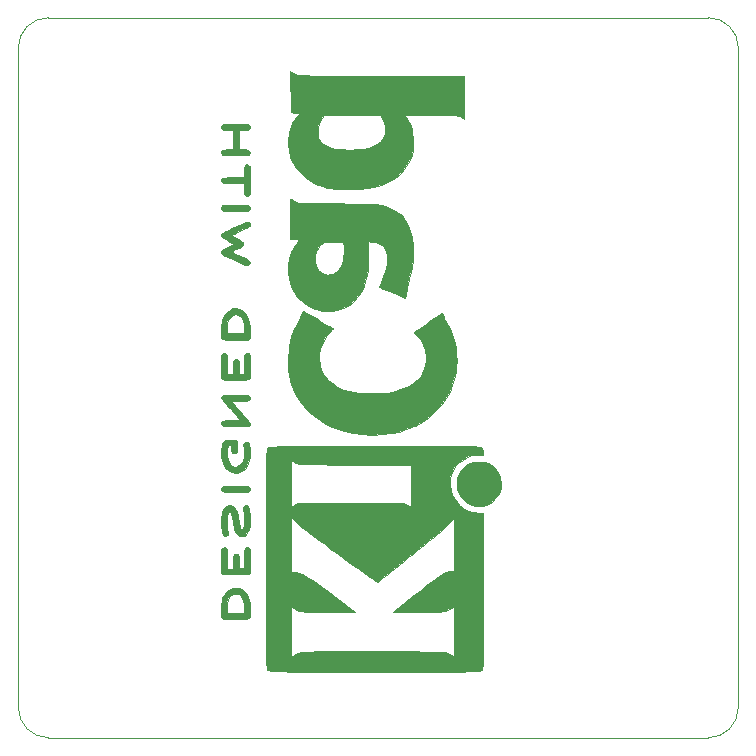
<source format=gbr>
G04 #@! TF.GenerationSoftware,KiCad,Pcbnew,(6.0.8)*
G04 #@! TF.CreationDate,2022-10-28T18:58:48+02:00*
G04 #@! TF.ProjectId,gardenWemos,67617264-656e-4576-956d-6f732e6b6963,rev?*
G04 #@! TF.SameCoordinates,Original*
G04 #@! TF.FileFunction,Legend,Bot*
G04 #@! TF.FilePolarity,Positive*
%FSLAX46Y46*%
G04 Gerber Fmt 4.6, Leading zero omitted, Abs format (unit mm)*
G04 Created by KiCad (PCBNEW (6.0.8)) date 2022-10-28 18:58:48*
%MOMM*%
%LPD*%
G01*
G04 APERTURE LIST*
G04 #@! TA.AperFunction,Profile*
%ADD10C,0.050000*%
G04 #@! TD*
%ADD11C,0.010000*%
G04 APERTURE END LIST*
D10*
X174752000Y-132588000D02*
G75*
G03*
X177292000Y-130048000I0J2540000D01*
G01*
X116332000Y-130048000D02*
G75*
G03*
X118872000Y-132588000I2540000J0D01*
G01*
X118872000Y-71628000D02*
G75*
G03*
X116332000Y-74168000I0J-2540000D01*
G01*
X177292000Y-74168000D02*
G75*
G03*
X174752000Y-71628000I-2540000J0D01*
G01*
X118872000Y-71628000D02*
X174752000Y-71628000D01*
X116332000Y-130048000D02*
X116332000Y-74168000D01*
X118872000Y-132588000D02*
X174752000Y-132588000D01*
X177292000Y-74168000D02*
X177292000Y-130048000D01*
G36*
X135328578Y-122522724D02*
G01*
X135059862Y-122522903D01*
X134723481Y-122522074D01*
X134471277Y-122521943D01*
X134211579Y-122521093D01*
X134011546Y-122518947D01*
X133862454Y-122514932D01*
X133755580Y-122508477D01*
X133682199Y-122499010D01*
X133633587Y-122485959D01*
X133601021Y-122468751D01*
X133575777Y-122446815D01*
X133554997Y-122423591D01*
X133530663Y-122380264D01*
X133514819Y-122316438D01*
X133505693Y-122218425D01*
X133501517Y-122072539D01*
X133501326Y-122032889D01*
X133989703Y-122032889D01*
X135457259Y-122032889D01*
X135457307Y-121778889D01*
X135457276Y-121768796D01*
X135450728Y-121598397D01*
X135434978Y-121398054D01*
X135413217Y-121209025D01*
X135382229Y-121042499D01*
X135294668Y-120793327D01*
X135163671Y-120601629D01*
X134986889Y-120463292D01*
X134816001Y-120392569D01*
X134656581Y-120387844D01*
X134486797Y-120448783D01*
X134333740Y-120547684D01*
X134192375Y-120703341D01*
X134093033Y-120907971D01*
X134029248Y-121171794D01*
X134028452Y-121176760D01*
X134009147Y-121339996D01*
X133995345Y-121535643D01*
X133989988Y-121722445D01*
X133989703Y-122032889D01*
X133501326Y-122032889D01*
X133500518Y-121865093D01*
X133501769Y-121701938D01*
X133516531Y-121345740D01*
X133550156Y-121048314D01*
X133605450Y-120798987D01*
X133685218Y-120587083D01*
X133792263Y-120401928D01*
X133929392Y-120232848D01*
X133948901Y-120212887D01*
X134110597Y-120089997D01*
X134313291Y-119986331D01*
X134527435Y-119914722D01*
X134723481Y-119888000D01*
X134794203Y-119892264D01*
X134985588Y-119933304D01*
X135185291Y-120008400D01*
X135365456Y-120105834D01*
X135498225Y-120213888D01*
X135554967Y-120279027D01*
X135685593Y-120461400D01*
X135786025Y-120662410D01*
X135859227Y-120893064D01*
X135908166Y-121164369D01*
X135935805Y-121487333D01*
X135945109Y-121872963D01*
X135946447Y-122004571D01*
X135947824Y-122156941D01*
X135941810Y-122276276D01*
X135920869Y-122366578D01*
X135877468Y-122431852D01*
X135804073Y-122476100D01*
X135693149Y-122503327D01*
X135537162Y-122517534D01*
X135457259Y-122519523D01*
X135328578Y-122522724D01*
G37*
D11*
X135328578Y-122522724D02*
X135059862Y-122522903D01*
X134723481Y-122522074D01*
X134471277Y-122521943D01*
X134211579Y-122521093D01*
X134011546Y-122518947D01*
X133862454Y-122514932D01*
X133755580Y-122508477D01*
X133682199Y-122499010D01*
X133633587Y-122485959D01*
X133601021Y-122468751D01*
X133575777Y-122446815D01*
X133554997Y-122423591D01*
X133530663Y-122380264D01*
X133514819Y-122316438D01*
X133505693Y-122218425D01*
X133501517Y-122072539D01*
X133501326Y-122032889D01*
X133989703Y-122032889D01*
X135457259Y-122032889D01*
X135457307Y-121778889D01*
X135457276Y-121768796D01*
X135450728Y-121598397D01*
X135434978Y-121398054D01*
X135413217Y-121209025D01*
X135382229Y-121042499D01*
X135294668Y-120793327D01*
X135163671Y-120601629D01*
X134986889Y-120463292D01*
X134816001Y-120392569D01*
X134656581Y-120387844D01*
X134486797Y-120448783D01*
X134333740Y-120547684D01*
X134192375Y-120703341D01*
X134093033Y-120907971D01*
X134029248Y-121171794D01*
X134028452Y-121176760D01*
X134009147Y-121339996D01*
X133995345Y-121535643D01*
X133989988Y-121722445D01*
X133989703Y-122032889D01*
X133501326Y-122032889D01*
X133500518Y-121865093D01*
X133501769Y-121701938D01*
X133516531Y-121345740D01*
X133550156Y-121048314D01*
X133605450Y-120798987D01*
X133685218Y-120587083D01*
X133792263Y-120401928D01*
X133929392Y-120232848D01*
X133948901Y-120212887D01*
X134110597Y-120089997D01*
X134313291Y-119986331D01*
X134527435Y-119914722D01*
X134723481Y-119888000D01*
X134794203Y-119892264D01*
X134985588Y-119933304D01*
X135185291Y-120008400D01*
X135365456Y-120105834D01*
X135498225Y-120213888D01*
X135554967Y-120279027D01*
X135685593Y-120461400D01*
X135786025Y-120662410D01*
X135859227Y-120893064D01*
X135908166Y-121164369D01*
X135935805Y-121487333D01*
X135945109Y-121872963D01*
X135946447Y-122004571D01*
X135947824Y-122156941D01*
X135941810Y-122276276D01*
X135920869Y-122366578D01*
X135877468Y-122431852D01*
X135804073Y-122476100D01*
X135693149Y-122503327D01*
X135537162Y-122517534D01*
X135457259Y-122519523D01*
X135328578Y-122522724D01*
G36*
X133824798Y-116482033D02*
G01*
X133914444Y-116538963D01*
X133929804Y-116555559D01*
X133950761Y-116588144D01*
X133966178Y-116635196D01*
X133976899Y-116706846D01*
X133983767Y-116813228D01*
X133987628Y-116964472D01*
X133989325Y-117170710D01*
X133989703Y-117442074D01*
X133989703Y-118269926D01*
X134516518Y-118269926D01*
X134516518Y-117732670D01*
X134517003Y-117613276D01*
X134522745Y-117394529D01*
X134537529Y-117237059D01*
X134564543Y-117131276D01*
X134606979Y-117067590D01*
X134668026Y-117036411D01*
X134750874Y-117028149D01*
X134818395Y-117030807D01*
X134891146Y-117048313D01*
X134942319Y-117090959D01*
X134975636Y-117168758D01*
X134994823Y-117291722D01*
X135003604Y-117469862D01*
X135005703Y-117713192D01*
X135005703Y-118273682D01*
X135222074Y-118262397D01*
X135438444Y-118251112D01*
X135448606Y-117425389D01*
X135451536Y-117216754D01*
X135456349Y-116988551D01*
X135462785Y-116818869D01*
X135471621Y-116698025D01*
X135483632Y-116616335D01*
X135499596Y-116564117D01*
X135520290Y-116531686D01*
X135541633Y-116511635D01*
X135647238Y-116468272D01*
X135766192Y-116480142D01*
X135869719Y-116546059D01*
X135879463Y-116556898D01*
X135900634Y-116586831D01*
X135916809Y-116627176D01*
X135928656Y-116687197D01*
X135936847Y-116776157D01*
X135942051Y-116903321D01*
X135944938Y-117077952D01*
X135946179Y-117309314D01*
X135946444Y-117606671D01*
X135946390Y-117789114D01*
X135945749Y-118046103D01*
X135943801Y-118242590D01*
X135939829Y-118387879D01*
X135933121Y-118491276D01*
X135922961Y-118562083D01*
X135908635Y-118609607D01*
X135889428Y-118643151D01*
X135864625Y-118672020D01*
X135859022Y-118677969D01*
X135833893Y-118702115D01*
X135803834Y-118720921D01*
X135760053Y-118735056D01*
X135693760Y-118745186D01*
X135596164Y-118751978D01*
X135458473Y-118756100D01*
X135271897Y-118758218D01*
X135027643Y-118758999D01*
X134716922Y-118759112D01*
X134474290Y-118758990D01*
X134213704Y-118758161D01*
X134012989Y-118756040D01*
X133863393Y-118752050D01*
X133756160Y-118745613D01*
X133682537Y-118736152D01*
X133633768Y-118723090D01*
X133601100Y-118705849D01*
X133575777Y-118683852D01*
X133565187Y-118672738D01*
X133544818Y-118644332D01*
X133529236Y-118604325D01*
X133517802Y-118543624D01*
X133509878Y-118453134D01*
X133504826Y-118323762D01*
X133502007Y-118146412D01*
X133500784Y-117911992D01*
X133500518Y-117611408D01*
X133500558Y-117471045D01*
X133501164Y-117200556D01*
X133503008Y-116992248D01*
X133506726Y-116837029D01*
X133512957Y-116725804D01*
X133522340Y-116649479D01*
X133535512Y-116598959D01*
X133553112Y-116565152D01*
X133575777Y-116538963D01*
X133647775Y-116489876D01*
X133745111Y-116463704D01*
X133824798Y-116482033D01*
G37*
X133824798Y-116482033D02*
X133914444Y-116538963D01*
X133929804Y-116555559D01*
X133950761Y-116588144D01*
X133966178Y-116635196D01*
X133976899Y-116706846D01*
X133983767Y-116813228D01*
X133987628Y-116964472D01*
X133989325Y-117170710D01*
X133989703Y-117442074D01*
X133989703Y-118269926D01*
X134516518Y-118269926D01*
X134516518Y-117732670D01*
X134517003Y-117613276D01*
X134522745Y-117394529D01*
X134537529Y-117237059D01*
X134564543Y-117131276D01*
X134606979Y-117067590D01*
X134668026Y-117036411D01*
X134750874Y-117028149D01*
X134818395Y-117030807D01*
X134891146Y-117048313D01*
X134942319Y-117090959D01*
X134975636Y-117168758D01*
X134994823Y-117291722D01*
X135003604Y-117469862D01*
X135005703Y-117713192D01*
X135005703Y-118273682D01*
X135222074Y-118262397D01*
X135438444Y-118251112D01*
X135448606Y-117425389D01*
X135451536Y-117216754D01*
X135456349Y-116988551D01*
X135462785Y-116818869D01*
X135471621Y-116698025D01*
X135483632Y-116616335D01*
X135499596Y-116564117D01*
X135520290Y-116531686D01*
X135541633Y-116511635D01*
X135647238Y-116468272D01*
X135766192Y-116480142D01*
X135869719Y-116546059D01*
X135879463Y-116556898D01*
X135900634Y-116586831D01*
X135916809Y-116627176D01*
X135928656Y-116687197D01*
X135936847Y-116776157D01*
X135942051Y-116903321D01*
X135944938Y-117077952D01*
X135946179Y-117309314D01*
X135946444Y-117606671D01*
X135946390Y-117789114D01*
X135945749Y-118046103D01*
X135943801Y-118242590D01*
X135939829Y-118387879D01*
X135933121Y-118491276D01*
X135922961Y-118562083D01*
X135908635Y-118609607D01*
X135889428Y-118643151D01*
X135864625Y-118672020D01*
X135859022Y-118677969D01*
X135833893Y-118702115D01*
X135803834Y-118720921D01*
X135760053Y-118735056D01*
X135693760Y-118745186D01*
X135596164Y-118751978D01*
X135458473Y-118756100D01*
X135271897Y-118758218D01*
X135027643Y-118758999D01*
X134716922Y-118759112D01*
X134474290Y-118758990D01*
X134213704Y-118758161D01*
X134012989Y-118756040D01*
X133863393Y-118752050D01*
X133756160Y-118745613D01*
X133682537Y-118736152D01*
X133633768Y-118723090D01*
X133601100Y-118705849D01*
X133575777Y-118683852D01*
X133565187Y-118672738D01*
X133544818Y-118644332D01*
X133529236Y-118604325D01*
X133517802Y-118543624D01*
X133509878Y-118453134D01*
X133504826Y-118323762D01*
X133502007Y-118146412D01*
X133500784Y-117911992D01*
X133500518Y-117611408D01*
X133500558Y-117471045D01*
X133501164Y-117200556D01*
X133503008Y-116992248D01*
X133506726Y-116837029D01*
X133512957Y-116725804D01*
X133522340Y-116649479D01*
X133535512Y-116598959D01*
X133553112Y-116565152D01*
X133575777Y-116538963D01*
X133647775Y-116489876D01*
X133745111Y-116463704D01*
X133824798Y-116482033D01*
G36*
X134256578Y-112889358D02*
G01*
X134365517Y-112902268D01*
X134453936Y-112943550D01*
X134556764Y-113027434D01*
X134630565Y-113098140D01*
X134705718Y-113186127D01*
X134766942Y-113285184D01*
X134817796Y-113405948D01*
X134861835Y-113559056D01*
X134902619Y-113755145D01*
X134943704Y-114004852D01*
X134988648Y-114318815D01*
X135012014Y-114469855D01*
X135060544Y-114696370D01*
X135115542Y-114860155D01*
X135175202Y-114958713D01*
X135237718Y-114989547D01*
X135301284Y-114950160D01*
X135364096Y-114838054D01*
X135368142Y-114827900D01*
X135408402Y-114673370D01*
X135435737Y-114464536D01*
X135449605Y-114219756D01*
X135449462Y-113957390D01*
X135434769Y-113695796D01*
X135404982Y-113453334D01*
X135402818Y-113440244D01*
X135377128Y-113277523D01*
X135365089Y-113170017D01*
X135367081Y-113100026D01*
X135383485Y-113049847D01*
X135414681Y-113001778D01*
X135417582Y-112997879D01*
X135518828Y-112916155D01*
X135637166Y-112900178D01*
X135752437Y-112952867D01*
X135767291Y-112968019D01*
X135817756Y-113066734D01*
X135861500Y-113223339D01*
X135897499Y-113424353D01*
X135924729Y-113656292D01*
X135942163Y-113905675D01*
X135948777Y-114159020D01*
X135943547Y-114402844D01*
X135925447Y-114623665D01*
X135893453Y-114808000D01*
X135843916Y-114977609D01*
X135733474Y-115215317D01*
X135591199Y-115385839D01*
X135417650Y-115488584D01*
X135213390Y-115522963D01*
X135109227Y-115519841D01*
X135026570Y-115500532D01*
X134954337Y-115451175D01*
X134863169Y-115357933D01*
X134838740Y-115331339D01*
X134769063Y-115252308D01*
X134712495Y-115177661D01*
X134665984Y-115097548D01*
X134626480Y-115002122D01*
X134590934Y-114881533D01*
X134556295Y-114725932D01*
X134519514Y-114525471D01*
X134477539Y-114270300D01*
X134427321Y-113950571D01*
X134417207Y-113889358D01*
X134371805Y-113681592D01*
X134319360Y-113530867D01*
X134262456Y-113443254D01*
X134203675Y-113424824D01*
X134189440Y-113433560D01*
X134139224Y-113493334D01*
X134083777Y-113587087D01*
X134063809Y-113629751D01*
X134039833Y-113700746D01*
X134023909Y-113788700D01*
X134014513Y-113908181D01*
X134010121Y-114073758D01*
X134009208Y-114300000D01*
X134009453Y-114359283D01*
X134013156Y-114584687D01*
X134020573Y-114801149D01*
X134030794Y-114986567D01*
X134042909Y-115118836D01*
X134056470Y-115237207D01*
X134059079Y-115334715D01*
X134043747Y-115397718D01*
X134008164Y-115448095D01*
X133996187Y-115460283D01*
X133890274Y-115514756D01*
X133771428Y-115510357D01*
X133669365Y-115447167D01*
X133630679Y-115379265D01*
X133588362Y-115259320D01*
X133554864Y-115117908D01*
X133552867Y-115106405D01*
X133535479Y-114964174D01*
X133520901Y-114772885D01*
X133510608Y-114556162D01*
X133506078Y-114337630D01*
X133505938Y-114283522D01*
X133514197Y-113955814D01*
X133540884Y-113688974D01*
X133589323Y-113471708D01*
X133662836Y-113292722D01*
X133764748Y-113140720D01*
X133898381Y-113004410D01*
X133985802Y-112937339D01*
X134084294Y-112898586D01*
X134216682Y-112888889D01*
X134256578Y-112889358D01*
G37*
X134256578Y-112889358D02*
X134365517Y-112902268D01*
X134453936Y-112943550D01*
X134556764Y-113027434D01*
X134630565Y-113098140D01*
X134705718Y-113186127D01*
X134766942Y-113285184D01*
X134817796Y-113405948D01*
X134861835Y-113559056D01*
X134902619Y-113755145D01*
X134943704Y-114004852D01*
X134988648Y-114318815D01*
X135012014Y-114469855D01*
X135060544Y-114696370D01*
X135115542Y-114860155D01*
X135175202Y-114958713D01*
X135237718Y-114989547D01*
X135301284Y-114950160D01*
X135364096Y-114838054D01*
X135368142Y-114827900D01*
X135408402Y-114673370D01*
X135435737Y-114464536D01*
X135449605Y-114219756D01*
X135449462Y-113957390D01*
X135434769Y-113695796D01*
X135404982Y-113453334D01*
X135402818Y-113440244D01*
X135377128Y-113277523D01*
X135365089Y-113170017D01*
X135367081Y-113100026D01*
X135383485Y-113049847D01*
X135414681Y-113001778D01*
X135417582Y-112997879D01*
X135518828Y-112916155D01*
X135637166Y-112900178D01*
X135752437Y-112952867D01*
X135767291Y-112968019D01*
X135817756Y-113066734D01*
X135861500Y-113223339D01*
X135897499Y-113424353D01*
X135924729Y-113656292D01*
X135942163Y-113905675D01*
X135948777Y-114159020D01*
X135943547Y-114402844D01*
X135925447Y-114623665D01*
X135893453Y-114808000D01*
X135843916Y-114977609D01*
X135733474Y-115215317D01*
X135591199Y-115385839D01*
X135417650Y-115488584D01*
X135213390Y-115522963D01*
X135109227Y-115519841D01*
X135026570Y-115500532D01*
X134954337Y-115451175D01*
X134863169Y-115357933D01*
X134838740Y-115331339D01*
X134769063Y-115252308D01*
X134712495Y-115177661D01*
X134665984Y-115097548D01*
X134626480Y-115002122D01*
X134590934Y-114881533D01*
X134556295Y-114725932D01*
X134519514Y-114525471D01*
X134477539Y-114270300D01*
X134427321Y-113950571D01*
X134417207Y-113889358D01*
X134371805Y-113681592D01*
X134319360Y-113530867D01*
X134262456Y-113443254D01*
X134203675Y-113424824D01*
X134189440Y-113433560D01*
X134139224Y-113493334D01*
X134083777Y-113587087D01*
X134063809Y-113629751D01*
X134039833Y-113700746D01*
X134023909Y-113788700D01*
X134014513Y-113908181D01*
X134010121Y-114073758D01*
X134009208Y-114300000D01*
X134009453Y-114359283D01*
X134013156Y-114584687D01*
X134020573Y-114801149D01*
X134030794Y-114986567D01*
X134042909Y-115118836D01*
X134056470Y-115237207D01*
X134059079Y-115334715D01*
X134043747Y-115397718D01*
X134008164Y-115448095D01*
X133996187Y-115460283D01*
X133890274Y-115514756D01*
X133771428Y-115510357D01*
X133669365Y-115447167D01*
X133630679Y-115379265D01*
X133588362Y-115259320D01*
X133554864Y-115117908D01*
X133552867Y-115106405D01*
X133535479Y-114964174D01*
X133520901Y-114772885D01*
X133510608Y-114556162D01*
X133506078Y-114337630D01*
X133505938Y-114283522D01*
X133514197Y-113955814D01*
X133540884Y-113688974D01*
X133589323Y-113471708D01*
X133662836Y-113292722D01*
X133764748Y-113140720D01*
X133898381Y-113004410D01*
X133985802Y-112937339D01*
X134084294Y-112898586D01*
X134216682Y-112888889D01*
X134256578Y-112889358D01*
G36*
X134975685Y-111270947D02*
G01*
X135235383Y-111271797D01*
X135435416Y-111273943D01*
X135584508Y-111277958D01*
X135691382Y-111284412D01*
X135764763Y-111293879D01*
X135813375Y-111306931D01*
X135845941Y-111324138D01*
X135871185Y-111346074D01*
X135934589Y-111443353D01*
X135931789Y-111553788D01*
X135854080Y-111667637D01*
X135761717Y-111760000D01*
X134718209Y-111760000D01*
X134438109Y-111759864D01*
X134190704Y-111759002D01*
X134001529Y-111756766D01*
X133861626Y-111752507D01*
X133762035Y-111745577D01*
X133693797Y-111735328D01*
X133647953Y-111721112D01*
X133615544Y-111702279D01*
X133587610Y-111678182D01*
X133516063Y-111573304D01*
X133510176Y-111456086D01*
X133575777Y-111346074D01*
X133595339Y-111328385D01*
X133625619Y-111310220D01*
X133670090Y-111296334D01*
X133737477Y-111286153D01*
X133836504Y-111279106D01*
X133975894Y-111274621D01*
X134164370Y-111272125D01*
X134410658Y-111271047D01*
X134723481Y-111270815D01*
X134975685Y-111270947D01*
G37*
X134975685Y-111270947D02*
X135235383Y-111271797D01*
X135435416Y-111273943D01*
X135584508Y-111277958D01*
X135691382Y-111284412D01*
X135764763Y-111293879D01*
X135813375Y-111306931D01*
X135845941Y-111324138D01*
X135871185Y-111346074D01*
X135934589Y-111443353D01*
X135931789Y-111553788D01*
X135854080Y-111667637D01*
X135761717Y-111760000D01*
X134718209Y-111760000D01*
X134438109Y-111759864D01*
X134190704Y-111759002D01*
X134001529Y-111756766D01*
X133861626Y-111752507D01*
X133762035Y-111745577D01*
X133693797Y-111735328D01*
X133647953Y-111721112D01*
X133615544Y-111702279D01*
X133587610Y-111678182D01*
X133516063Y-111573304D01*
X133510176Y-111456086D01*
X133575777Y-111346074D01*
X133595339Y-111328385D01*
X133625619Y-111310220D01*
X133670090Y-111296334D01*
X133737477Y-111286153D01*
X133836504Y-111279106D01*
X133975894Y-111274621D01*
X134164370Y-111272125D01*
X134410658Y-111271047D01*
X134723481Y-111270815D01*
X134975685Y-111270947D01*
G36*
X134483872Y-107360200D02*
G01*
X134641813Y-107375933D01*
X134748823Y-107414898D01*
X134813999Y-107487463D01*
X134846434Y-107603993D01*
X134855223Y-107774853D01*
X134849463Y-108010408D01*
X134839423Y-108172476D01*
X134812115Y-108339796D01*
X134765271Y-108448108D01*
X134694485Y-108506305D01*
X134595353Y-108523276D01*
X134580214Y-108522922D01*
X134464235Y-108493915D01*
X134386178Y-108413883D01*
X134342178Y-108276332D01*
X134328370Y-108074771D01*
X134328370Y-107846519D01*
X134200529Y-107846519D01*
X134170078Y-107846686D01*
X134112575Y-107854088D01*
X134078262Y-107884979D01*
X134055137Y-107956248D01*
X134031196Y-108084786D01*
X134028084Y-108103033D01*
X133995072Y-108426201D01*
X134004802Y-108726173D01*
X134053903Y-108995865D01*
X134139005Y-109228195D01*
X134256739Y-109416078D01*
X134403736Y-109552431D01*
X134576625Y-109630169D01*
X134772038Y-109642211D01*
X134868354Y-109623815D01*
X135054653Y-109534871D01*
X135206851Y-109380908D01*
X135322972Y-109164304D01*
X135401034Y-108887431D01*
X135415863Y-108805182D01*
X135450861Y-108507420D01*
X135446763Y-108241396D01*
X135403646Y-107981087D01*
X135381014Y-107863942D01*
X135377622Y-107712484D01*
X135419393Y-107608101D01*
X135508683Y-107540922D01*
X135602840Y-107519642D01*
X135706921Y-107551264D01*
X135751671Y-107582360D01*
X135830110Y-107696475D01*
X135889682Y-107871882D01*
X135928004Y-108100271D01*
X135942693Y-108373334D01*
X135929404Y-108697168D01*
X135875019Y-109050522D01*
X135781515Y-109363230D01*
X135651827Y-109625881D01*
X135488888Y-109829062D01*
X135379349Y-109915962D01*
X135215353Y-110014321D01*
X135035826Y-110098561D01*
X134865269Y-110157392D01*
X134728187Y-110179526D01*
X134662469Y-110174328D01*
X134491361Y-110131188D01*
X134302940Y-110053979D01*
X134123217Y-109954339D01*
X133978203Y-109843911D01*
X133943709Y-109809923D01*
X133771127Y-109586305D01*
X133638152Y-109319220D01*
X133556814Y-109031852D01*
X133529772Y-108848638D01*
X133507758Y-108537128D01*
X133514715Y-108237861D01*
X133548865Y-107962895D01*
X133608432Y-107724286D01*
X133691639Y-107534092D01*
X133796707Y-107404371D01*
X133803294Y-107399785D01*
X133887380Y-107376160D01*
X134044882Y-107362030D01*
X134276430Y-107357334D01*
X134483872Y-107360200D01*
G37*
X134483872Y-107360200D02*
X134641813Y-107375933D01*
X134748823Y-107414898D01*
X134813999Y-107487463D01*
X134846434Y-107603993D01*
X134855223Y-107774853D01*
X134849463Y-108010408D01*
X134839423Y-108172476D01*
X134812115Y-108339796D01*
X134765271Y-108448108D01*
X134694485Y-108506305D01*
X134595353Y-108523276D01*
X134580214Y-108522922D01*
X134464235Y-108493915D01*
X134386178Y-108413883D01*
X134342178Y-108276332D01*
X134328370Y-108074771D01*
X134328370Y-107846519D01*
X134200529Y-107846519D01*
X134170078Y-107846686D01*
X134112575Y-107854088D01*
X134078262Y-107884979D01*
X134055137Y-107956248D01*
X134031196Y-108084786D01*
X134028084Y-108103033D01*
X133995072Y-108426201D01*
X134004802Y-108726173D01*
X134053903Y-108995865D01*
X134139005Y-109228195D01*
X134256739Y-109416078D01*
X134403736Y-109552431D01*
X134576625Y-109630169D01*
X134772038Y-109642211D01*
X134868354Y-109623815D01*
X135054653Y-109534871D01*
X135206851Y-109380908D01*
X135322972Y-109164304D01*
X135401034Y-108887431D01*
X135415863Y-108805182D01*
X135450861Y-108507420D01*
X135446763Y-108241396D01*
X135403646Y-107981087D01*
X135381014Y-107863942D01*
X135377622Y-107712484D01*
X135419393Y-107608101D01*
X135508683Y-107540922D01*
X135602840Y-107519642D01*
X135706921Y-107551264D01*
X135751671Y-107582360D01*
X135830110Y-107696475D01*
X135889682Y-107871882D01*
X135928004Y-108100271D01*
X135942693Y-108373334D01*
X135929404Y-108697168D01*
X135875019Y-109050522D01*
X135781515Y-109363230D01*
X135651827Y-109625881D01*
X135488888Y-109829062D01*
X135379349Y-109915962D01*
X135215353Y-110014321D01*
X135035826Y-110098561D01*
X134865269Y-110157392D01*
X134728187Y-110179526D01*
X134662469Y-110174328D01*
X134491361Y-110131188D01*
X134302940Y-110053979D01*
X134123217Y-109954339D01*
X133978203Y-109843911D01*
X133943709Y-109809923D01*
X133771127Y-109586305D01*
X133638152Y-109319220D01*
X133556814Y-109031852D01*
X133529772Y-108848638D01*
X133507758Y-108537128D01*
X133514715Y-108237861D01*
X133548865Y-107962895D01*
X133608432Y-107724286D01*
X133691639Y-107534092D01*
X133796707Y-107404371D01*
X133803294Y-107399785D01*
X133887380Y-107376160D01*
X134044882Y-107362030D01*
X134276430Y-107357334D01*
X134483872Y-107360200D01*
G36*
X134444071Y-103561449D02*
G01*
X134752830Y-103564507D01*
X135802671Y-103575556D01*
X135874557Y-103664391D01*
X135928529Y-103751275D01*
X135937765Y-103860804D01*
X135874590Y-103975906D01*
X135862641Y-103990278D01*
X135834209Y-104017386D01*
X135795569Y-104037483D01*
X135735884Y-104052019D01*
X135644313Y-104062445D01*
X135510019Y-104070209D01*
X135322162Y-104076763D01*
X135069904Y-104083556D01*
X134337072Y-104102371D01*
X134883053Y-104704445D01*
X135145164Y-104993571D01*
X135373141Y-105246143D01*
X135557639Y-105453265D01*
X135702208Y-105620259D01*
X135810398Y-105752449D01*
X135885758Y-105855159D01*
X135931839Y-105933713D01*
X135952190Y-105993433D01*
X135950361Y-106039644D01*
X135929903Y-106077669D01*
X135894364Y-106112831D01*
X135847295Y-106150454D01*
X135827425Y-106165297D01*
X135792441Y-106185292D01*
X135746357Y-106200557D01*
X135680008Y-106211728D01*
X135584227Y-106219443D01*
X135449849Y-106224335D01*
X135267709Y-106227042D01*
X135028642Y-106228200D01*
X134723481Y-106228445D01*
X134528380Y-106228369D01*
X134264755Y-106227641D01*
X134061614Y-106225610D01*
X133909792Y-106221641D01*
X133800122Y-106215097D01*
X133723441Y-106205343D01*
X133670581Y-106191742D01*
X133632379Y-106173657D01*
X133599667Y-106150454D01*
X133518357Y-106049025D01*
X133508758Y-105932550D01*
X133572393Y-105809280D01*
X133583977Y-105795334D01*
X133612402Y-105768081D01*
X133650905Y-105747878D01*
X133710347Y-105733270D01*
X133801587Y-105722798D01*
X133935486Y-105715005D01*
X134122905Y-105708435D01*
X134374703Y-105701630D01*
X135105139Y-105682815D01*
X134303004Y-104798519D01*
X134080416Y-104552405D01*
X133886696Y-104335141D01*
X133736836Y-104161159D01*
X133627097Y-104024244D01*
X133553738Y-103918181D01*
X133513020Y-103836754D01*
X133501202Y-103773747D01*
X133514546Y-103722944D01*
X133549309Y-103678131D01*
X133601753Y-103633090D01*
X133630031Y-103612273D01*
X133665290Y-103593501D01*
X133712483Y-103579464D01*
X133780658Y-103569624D01*
X133878859Y-103563441D01*
X134016131Y-103560377D01*
X134201520Y-103559893D01*
X134444071Y-103561449D01*
G37*
X134444071Y-103561449D02*
X134752830Y-103564507D01*
X135802671Y-103575556D01*
X135874557Y-103664391D01*
X135928529Y-103751275D01*
X135937765Y-103860804D01*
X135874590Y-103975906D01*
X135862641Y-103990278D01*
X135834209Y-104017386D01*
X135795569Y-104037483D01*
X135735884Y-104052019D01*
X135644313Y-104062445D01*
X135510019Y-104070209D01*
X135322162Y-104076763D01*
X135069904Y-104083556D01*
X134337072Y-104102371D01*
X134883053Y-104704445D01*
X135145164Y-104993571D01*
X135373141Y-105246143D01*
X135557639Y-105453265D01*
X135702208Y-105620259D01*
X135810398Y-105752449D01*
X135885758Y-105855159D01*
X135931839Y-105933713D01*
X135952190Y-105993433D01*
X135950361Y-106039644D01*
X135929903Y-106077669D01*
X135894364Y-106112831D01*
X135847295Y-106150454D01*
X135827425Y-106165297D01*
X135792441Y-106185292D01*
X135746357Y-106200557D01*
X135680008Y-106211728D01*
X135584227Y-106219443D01*
X135449849Y-106224335D01*
X135267709Y-106227042D01*
X135028642Y-106228200D01*
X134723481Y-106228445D01*
X134528380Y-106228369D01*
X134264755Y-106227641D01*
X134061614Y-106225610D01*
X133909792Y-106221641D01*
X133800122Y-106215097D01*
X133723441Y-106205343D01*
X133670581Y-106191742D01*
X133632379Y-106173657D01*
X133599667Y-106150454D01*
X133518357Y-106049025D01*
X133508758Y-105932550D01*
X133572393Y-105809280D01*
X133583977Y-105795334D01*
X133612402Y-105768081D01*
X133650905Y-105747878D01*
X133710347Y-105733270D01*
X133801587Y-105722798D01*
X133935486Y-105715005D01*
X134122905Y-105708435D01*
X134374703Y-105701630D01*
X135105139Y-105682815D01*
X134303004Y-104798519D01*
X134080416Y-104552405D01*
X133886696Y-104335141D01*
X133736836Y-104161159D01*
X133627097Y-104024244D01*
X133553738Y-103918181D01*
X133513020Y-103836754D01*
X133501202Y-103773747D01*
X133514546Y-103722944D01*
X133549309Y-103678131D01*
X133601753Y-103633090D01*
X133630031Y-103612273D01*
X133665290Y-103593501D01*
X133712483Y-103579464D01*
X133780658Y-103569624D01*
X133878859Y-103563441D01*
X134016131Y-103560377D01*
X134201520Y-103559893D01*
X134444071Y-103561449D01*
G36*
X135713435Y-100019576D02*
G01*
X135780205Y-100023422D01*
X135832846Y-100039414D01*
X135873035Y-100075440D01*
X135902445Y-100139389D01*
X135922751Y-100239149D01*
X135935629Y-100382611D01*
X135942754Y-100577662D01*
X135945801Y-100832191D01*
X135946444Y-101154087D01*
X135946444Y-102121353D01*
X135847295Y-102199343D01*
X135825016Y-102215839D01*
X135789778Y-102235321D01*
X135742822Y-102250191D01*
X135675072Y-102261071D01*
X135577449Y-102268581D01*
X135440876Y-102273341D01*
X135256276Y-102275973D01*
X135014572Y-102277097D01*
X134706687Y-102277334D01*
X134486964Y-102277237D01*
X134225907Y-102276464D01*
X134025015Y-102274395D01*
X133875355Y-102270420D01*
X133767994Y-102263929D01*
X133693999Y-102254313D01*
X133644436Y-102240960D01*
X133610371Y-102223262D01*
X133582873Y-102200609D01*
X133567348Y-102185558D01*
X133545726Y-102158126D01*
X133529354Y-102120260D01*
X133517503Y-102062699D01*
X133509443Y-101976184D01*
X133504444Y-101851452D01*
X133501776Y-101679243D01*
X133500711Y-101450297D01*
X133500518Y-101155352D01*
X133500540Y-101089770D01*
X133501427Y-100799686D01*
X133503980Y-100574179D01*
X133508695Y-100404330D01*
X133516067Y-100281224D01*
X133526594Y-100195944D01*
X133540771Y-100139570D01*
X133559096Y-100103188D01*
X133592384Y-100068213D01*
X133696105Y-100024010D01*
X133815734Y-100027951D01*
X133920889Y-100081833D01*
X133928476Y-100089131D01*
X133949369Y-100118090D01*
X133964922Y-100162562D01*
X133975909Y-100232506D01*
X133983107Y-100337877D01*
X133987288Y-100488633D01*
X133989229Y-100694732D01*
X133989703Y-100966129D01*
X133989703Y-101788149D01*
X134516518Y-101788149D01*
X134516518Y-101246688D01*
X134516786Y-101127792D01*
X134519444Y-100941892D01*
X134526126Y-100811433D01*
X134538264Y-100723254D01*
X134557292Y-100664195D01*
X134584644Y-100621095D01*
X134595256Y-100608952D01*
X134698506Y-100547593D01*
X134819627Y-100545480D01*
X134931691Y-100603944D01*
X134931919Y-100604150D01*
X134960674Y-100636385D01*
X134980859Y-100680698D01*
X134993964Y-100749722D01*
X135001479Y-100856093D01*
X135004896Y-101012445D01*
X135005703Y-101231414D01*
X135005703Y-101791904D01*
X135222074Y-101780619D01*
X135438444Y-101769334D01*
X135448621Y-100962409D01*
X135449714Y-100879021D01*
X135454646Y-100606956D01*
X135462593Y-100399225D01*
X135475911Y-100247180D01*
X135496957Y-100142173D01*
X135528086Y-100075555D01*
X135571658Y-100038679D01*
X135630026Y-100022895D01*
X135705550Y-100019556D01*
X135713435Y-100019576D01*
G37*
X135713435Y-100019576D02*
X135780205Y-100023422D01*
X135832846Y-100039414D01*
X135873035Y-100075440D01*
X135902445Y-100139389D01*
X135922751Y-100239149D01*
X135935629Y-100382611D01*
X135942754Y-100577662D01*
X135945801Y-100832191D01*
X135946444Y-101154087D01*
X135946444Y-102121353D01*
X135847295Y-102199343D01*
X135825016Y-102215839D01*
X135789778Y-102235321D01*
X135742822Y-102250191D01*
X135675072Y-102261071D01*
X135577449Y-102268581D01*
X135440876Y-102273341D01*
X135256276Y-102275973D01*
X135014572Y-102277097D01*
X134706687Y-102277334D01*
X134486964Y-102277237D01*
X134225907Y-102276464D01*
X134025015Y-102274395D01*
X133875355Y-102270420D01*
X133767994Y-102263929D01*
X133693999Y-102254313D01*
X133644436Y-102240960D01*
X133610371Y-102223262D01*
X133582873Y-102200609D01*
X133567348Y-102185558D01*
X133545726Y-102158126D01*
X133529354Y-102120260D01*
X133517503Y-102062699D01*
X133509443Y-101976184D01*
X133504444Y-101851452D01*
X133501776Y-101679243D01*
X133500711Y-101450297D01*
X133500518Y-101155352D01*
X133500540Y-101089770D01*
X133501427Y-100799686D01*
X133503980Y-100574179D01*
X133508695Y-100404330D01*
X133516067Y-100281224D01*
X133526594Y-100195944D01*
X133540771Y-100139570D01*
X133559096Y-100103188D01*
X133592384Y-100068213D01*
X133696105Y-100024010D01*
X133815734Y-100027951D01*
X133920889Y-100081833D01*
X133928476Y-100089131D01*
X133949369Y-100118090D01*
X133964922Y-100162562D01*
X133975909Y-100232506D01*
X133983107Y-100337877D01*
X133987288Y-100488633D01*
X133989229Y-100694732D01*
X133989703Y-100966129D01*
X133989703Y-101788149D01*
X134516518Y-101788149D01*
X134516518Y-101246688D01*
X134516786Y-101127792D01*
X134519444Y-100941892D01*
X134526126Y-100811433D01*
X134538264Y-100723254D01*
X134557292Y-100664195D01*
X134584644Y-100621095D01*
X134595256Y-100608952D01*
X134698506Y-100547593D01*
X134819627Y-100545480D01*
X134931691Y-100603944D01*
X134931919Y-100604150D01*
X134960674Y-100636385D01*
X134980859Y-100680698D01*
X134993964Y-100749722D01*
X135001479Y-100856093D01*
X135004896Y-101012445D01*
X135005703Y-101231414D01*
X135005703Y-101791904D01*
X135222074Y-101780619D01*
X135438444Y-101769334D01*
X135448621Y-100962409D01*
X135449714Y-100879021D01*
X135454646Y-100606956D01*
X135462593Y-100399225D01*
X135475911Y-100247180D01*
X135496957Y-100142173D01*
X135528086Y-100075555D01*
X135571658Y-100038679D01*
X135630026Y-100022895D01*
X135705550Y-100019556D01*
X135713435Y-100019576D01*
G36*
X133799418Y-98877211D02*
G01*
X133723016Y-98867448D01*
X133670343Y-98853858D01*
X133632270Y-98835811D01*
X133599667Y-98812677D01*
X133500518Y-98734686D01*
X133501847Y-98363852D01*
X133989703Y-98363852D01*
X135457259Y-98363852D01*
X135455765Y-98072223D01*
X135447512Y-97849158D01*
X135410007Y-97541164D01*
X135344876Y-97276781D01*
X135254962Y-97070198D01*
X135185868Y-96967066D01*
X135086648Y-96873332D01*
X134945221Y-96795534D01*
X134892000Y-96771777D01*
X134783661Y-96732364D01*
X134702225Y-96724264D01*
X134619797Y-96742973D01*
X134566871Y-96762060D01*
X134367176Y-96871825D01*
X134214665Y-97029621D01*
X134104214Y-97242172D01*
X134030699Y-97516202D01*
X134029026Y-97525515D01*
X134009151Y-97679800D01*
X133995058Y-97867787D01*
X133989703Y-98050911D01*
X133989703Y-98363852D01*
X133501847Y-98363852D01*
X133502498Y-98182380D01*
X133503491Y-98066394D01*
X133514926Y-97738116D01*
X133540535Y-97468244D01*
X133582393Y-97244596D01*
X133642576Y-97054985D01*
X133723160Y-96887228D01*
X133729549Y-96876033D01*
X133851943Y-96683327D01*
X133975162Y-96542148D01*
X134120114Y-96432759D01*
X134307704Y-96335426D01*
X134339755Y-96321153D01*
X134550375Y-96245895D01*
X134734968Y-96222658D01*
X134918390Y-96251330D01*
X135125497Y-96331803D01*
X135131140Y-96334455D01*
X135362545Y-96469294D01*
X135551208Y-96638242D01*
X135699767Y-96847327D01*
X135810862Y-97102580D01*
X135887131Y-97410030D01*
X135931214Y-97775706D01*
X135945751Y-98205637D01*
X135945766Y-98217543D01*
X135945300Y-98417610D01*
X135941845Y-98557379D01*
X135933199Y-98651091D01*
X135917158Y-98712988D01*
X135891519Y-98757312D01*
X135854080Y-98798303D01*
X135761717Y-98890667D01*
X134730266Y-98890667D01*
X134524914Y-98890582D01*
X134262298Y-98889832D01*
X134059930Y-98887773D01*
X133989703Y-98885917D01*
X133908680Y-98883776D01*
X133799418Y-98877211D01*
G37*
X133799418Y-98877211D02*
X133723016Y-98867448D01*
X133670343Y-98853858D01*
X133632270Y-98835811D01*
X133599667Y-98812677D01*
X133500518Y-98734686D01*
X133501847Y-98363852D01*
X133989703Y-98363852D01*
X135457259Y-98363852D01*
X135455765Y-98072223D01*
X135447512Y-97849158D01*
X135410007Y-97541164D01*
X135344876Y-97276781D01*
X135254962Y-97070198D01*
X135185868Y-96967066D01*
X135086648Y-96873332D01*
X134945221Y-96795534D01*
X134892000Y-96771777D01*
X134783661Y-96732364D01*
X134702225Y-96724264D01*
X134619797Y-96742973D01*
X134566871Y-96762060D01*
X134367176Y-96871825D01*
X134214665Y-97029621D01*
X134104214Y-97242172D01*
X134030699Y-97516202D01*
X134029026Y-97525515D01*
X134009151Y-97679800D01*
X133995058Y-97867787D01*
X133989703Y-98050911D01*
X133989703Y-98363852D01*
X133501847Y-98363852D01*
X133502498Y-98182380D01*
X133503491Y-98066394D01*
X133514926Y-97738116D01*
X133540535Y-97468244D01*
X133582393Y-97244596D01*
X133642576Y-97054985D01*
X133723160Y-96887228D01*
X133729549Y-96876033D01*
X133851943Y-96683327D01*
X133975162Y-96542148D01*
X134120114Y-96432759D01*
X134307704Y-96335426D01*
X134339755Y-96321153D01*
X134550375Y-96245895D01*
X134734968Y-96222658D01*
X134918390Y-96251330D01*
X135125497Y-96331803D01*
X135131140Y-96334455D01*
X135362545Y-96469294D01*
X135551208Y-96638242D01*
X135699767Y-96847327D01*
X135810862Y-97102580D01*
X135887131Y-97410030D01*
X135931214Y-97775706D01*
X135945751Y-98205637D01*
X135945766Y-98217543D01*
X135945300Y-98417610D01*
X135941845Y-98557379D01*
X135933199Y-98651091D01*
X135917158Y-98712988D01*
X135891519Y-98757312D01*
X135854080Y-98798303D01*
X135761717Y-98890667D01*
X134730266Y-98890667D01*
X134524914Y-98890582D01*
X134262298Y-98889832D01*
X134059930Y-98887773D01*
X133989703Y-98885917D01*
X133908680Y-98883776D01*
X133799418Y-98877211D01*
G36*
X135778131Y-88912433D02*
G01*
X135847738Y-88961290D01*
X135915409Y-89049965D01*
X135916551Y-89052484D01*
X135939886Y-89117783D01*
X135941652Y-89175966D01*
X135915073Y-89232340D01*
X135853369Y-89292208D01*
X135749764Y-89360876D01*
X135597480Y-89443650D01*
X135389738Y-89545834D01*
X135119762Y-89672733D01*
X135015152Y-89721512D01*
X134804541Y-89820675D01*
X134622521Y-89907657D01*
X134479033Y-89977638D01*
X134384022Y-90025795D01*
X134347432Y-90047304D01*
X134349368Y-90051833D01*
X134395860Y-90085139D01*
X134494320Y-90142777D01*
X134633043Y-90218099D01*
X134800324Y-90304461D01*
X134905285Y-90357703D01*
X135089798Y-90454203D01*
X135219854Y-90529164D01*
X135304779Y-90589883D01*
X135353895Y-90643652D01*
X135376528Y-90697768D01*
X135382000Y-90759523D01*
X135380416Y-90794531D01*
X135366392Y-90848252D01*
X135330180Y-90899298D01*
X135262604Y-90954625D01*
X135154487Y-91021188D01*
X134996653Y-91105941D01*
X134779926Y-91215840D01*
X134715742Y-91248283D01*
X134560180Y-91329809D01*
X134439638Y-91397260D01*
X134365009Y-91444368D01*
X134347185Y-91464866D01*
X134358088Y-91469423D01*
X134427787Y-91500671D01*
X134550916Y-91556874D01*
X134717086Y-91633261D01*
X134915912Y-91725065D01*
X135137006Y-91827516D01*
X135327742Y-91916565D01*
X135534372Y-92015310D01*
X135686837Y-92092213D01*
X135793640Y-92152142D01*
X135863285Y-92199966D01*
X135904275Y-92240553D01*
X135925112Y-92278773D01*
X135934754Y-92310138D01*
X135935249Y-92393823D01*
X135884108Y-92484298D01*
X135880824Y-92488633D01*
X135805372Y-92562246D01*
X135731289Y-92599075D01*
X135729158Y-92599229D01*
X135670284Y-92584093D01*
X135555064Y-92541212D01*
X135393914Y-92475350D01*
X135197248Y-92391268D01*
X134975483Y-92293730D01*
X134739031Y-92187498D01*
X134498310Y-92077335D01*
X134263734Y-91968003D01*
X134045718Y-91864265D01*
X133854677Y-91770883D01*
X133701026Y-91692620D01*
X133595180Y-91634239D01*
X133547555Y-91600502D01*
X133502992Y-91485810D01*
X133524198Y-91346818D01*
X133539854Y-91328937D01*
X133613691Y-91276174D01*
X133736226Y-91202168D01*
X133895284Y-91114111D01*
X134078689Y-91019198D01*
X134609500Y-90753286D01*
X134120861Y-90509330D01*
X134056559Y-90477011D01*
X133882066Y-90387081D01*
X133732768Y-90306987D01*
X133622819Y-90244439D01*
X133566370Y-90207151D01*
X133562226Y-90203333D01*
X133511270Y-90109596D01*
X133505659Y-89992722D01*
X133547555Y-89889252D01*
X133557052Y-89881165D01*
X133625803Y-89840298D01*
X133750973Y-89774508D01*
X133923734Y-89688159D01*
X134135257Y-89585618D01*
X134376715Y-89471249D01*
X134639280Y-89349417D01*
X134786358Y-89281948D01*
X135055449Y-89159372D01*
X135267710Y-89064517D01*
X135430825Y-88994435D01*
X135552478Y-88946178D01*
X135640351Y-88916798D01*
X135702129Y-88903345D01*
X135745494Y-88902873D01*
X135778131Y-88912433D01*
G37*
X135778131Y-88912433D02*
X135847738Y-88961290D01*
X135915409Y-89049965D01*
X135916551Y-89052484D01*
X135939886Y-89117783D01*
X135941652Y-89175966D01*
X135915073Y-89232340D01*
X135853369Y-89292208D01*
X135749764Y-89360876D01*
X135597480Y-89443650D01*
X135389738Y-89545834D01*
X135119762Y-89672733D01*
X135015152Y-89721512D01*
X134804541Y-89820675D01*
X134622521Y-89907657D01*
X134479033Y-89977638D01*
X134384022Y-90025795D01*
X134347432Y-90047304D01*
X134349368Y-90051833D01*
X134395860Y-90085139D01*
X134494320Y-90142777D01*
X134633043Y-90218099D01*
X134800324Y-90304461D01*
X134905285Y-90357703D01*
X135089798Y-90454203D01*
X135219854Y-90529164D01*
X135304779Y-90589883D01*
X135353895Y-90643652D01*
X135376528Y-90697768D01*
X135382000Y-90759523D01*
X135380416Y-90794531D01*
X135366392Y-90848252D01*
X135330180Y-90899298D01*
X135262604Y-90954625D01*
X135154487Y-91021188D01*
X134996653Y-91105941D01*
X134779926Y-91215840D01*
X134715742Y-91248283D01*
X134560180Y-91329809D01*
X134439638Y-91397260D01*
X134365009Y-91444368D01*
X134347185Y-91464866D01*
X134358088Y-91469423D01*
X134427787Y-91500671D01*
X134550916Y-91556874D01*
X134717086Y-91633261D01*
X134915912Y-91725065D01*
X135137006Y-91827516D01*
X135327742Y-91916565D01*
X135534372Y-92015310D01*
X135686837Y-92092213D01*
X135793640Y-92152142D01*
X135863285Y-92199966D01*
X135904275Y-92240553D01*
X135925112Y-92278773D01*
X135934754Y-92310138D01*
X135935249Y-92393823D01*
X135884108Y-92484298D01*
X135880824Y-92488633D01*
X135805372Y-92562246D01*
X135731289Y-92599075D01*
X135729158Y-92599229D01*
X135670284Y-92584093D01*
X135555064Y-92541212D01*
X135393914Y-92475350D01*
X135197248Y-92391268D01*
X134975483Y-92293730D01*
X134739031Y-92187498D01*
X134498310Y-92077335D01*
X134263734Y-91968003D01*
X134045718Y-91864265D01*
X133854677Y-91770883D01*
X133701026Y-91692620D01*
X133595180Y-91634239D01*
X133547555Y-91600502D01*
X133502992Y-91485810D01*
X133524198Y-91346818D01*
X133539854Y-91328937D01*
X133613691Y-91276174D01*
X133736226Y-91202168D01*
X133895284Y-91114111D01*
X134078689Y-91019198D01*
X134609500Y-90753286D01*
X134120861Y-90509330D01*
X134056559Y-90477011D01*
X133882066Y-90387081D01*
X133732768Y-90306987D01*
X133622819Y-90244439D01*
X133566370Y-90207151D01*
X133562226Y-90203333D01*
X133511270Y-90109596D01*
X133505659Y-89992722D01*
X133547555Y-89889252D01*
X133557052Y-89881165D01*
X133625803Y-89840298D01*
X133750973Y-89774508D01*
X133923734Y-89688159D01*
X134135257Y-89585618D01*
X134376715Y-89471249D01*
X134639280Y-89349417D01*
X134786358Y-89281948D01*
X135055449Y-89159372D01*
X135267710Y-89064517D01*
X135430825Y-88994435D01*
X135552478Y-88946178D01*
X135640351Y-88916798D01*
X135702129Y-88903345D01*
X135745494Y-88902873D01*
X135778131Y-88912433D01*
G36*
X135874510Y-87558910D02*
G01*
X135923744Y-87637953D01*
X135946444Y-87714667D01*
X135926836Y-87784685D01*
X135874510Y-87870424D01*
X135802575Y-87959260D01*
X133644387Y-87959260D01*
X133572453Y-87870424D01*
X133514204Y-87765889D01*
X133511418Y-87646554D01*
X133579728Y-87541758D01*
X133595278Y-87528839D01*
X133626837Y-87510619D01*
X133672442Y-87496595D01*
X133740840Y-87486222D01*
X133840773Y-87478957D01*
X133980987Y-87474254D01*
X134170226Y-87471569D01*
X134417234Y-87470357D01*
X134730756Y-87470074D01*
X135802575Y-87470074D01*
X135874510Y-87558910D01*
G37*
X135874510Y-87558910D02*
X135923744Y-87637953D01*
X135946444Y-87714667D01*
X135926836Y-87784685D01*
X135874510Y-87870424D01*
X135802575Y-87959260D01*
X133644387Y-87959260D01*
X133572453Y-87870424D01*
X133514204Y-87765889D01*
X133511418Y-87646554D01*
X133579728Y-87541758D01*
X133595278Y-87528839D01*
X133626837Y-87510619D01*
X133672442Y-87496595D01*
X133740840Y-87486222D01*
X133840773Y-87478957D01*
X133980987Y-87474254D01*
X134170226Y-87471569D01*
X134417234Y-87470357D01*
X134730756Y-87470074D01*
X135802575Y-87470074D01*
X135874510Y-87558910D01*
G36*
X135772140Y-84061811D02*
G01*
X135880592Y-84147291D01*
X135892984Y-84163761D01*
X135909104Y-84197794D01*
X135921648Y-84249213D01*
X135931056Y-84326285D01*
X135937768Y-84437277D01*
X135942223Y-84590457D01*
X135944861Y-84794092D01*
X135946122Y-85056450D01*
X135946444Y-85385799D01*
X135946439Y-85452557D01*
X135946140Y-85766300D01*
X135945007Y-86014682D01*
X135942535Y-86206038D01*
X135938217Y-86348703D01*
X135931545Y-86451013D01*
X135922012Y-86521304D01*
X135909113Y-86567909D01*
X135892339Y-86599165D01*
X135871185Y-86623408D01*
X135762126Y-86686094D01*
X135636869Y-86690916D01*
X135526074Y-86636391D01*
X135521229Y-86631856D01*
X135493361Y-86594513D01*
X135474845Y-86537505D01*
X135463865Y-86446940D01*
X135458608Y-86308927D01*
X135457259Y-86109576D01*
X135457259Y-85645037D01*
X134578037Y-85645037D01*
X134325278Y-85644786D01*
X134103057Y-85643426D01*
X133937111Y-85640152D01*
X133817387Y-85634165D01*
X133733833Y-85624662D01*
X133676397Y-85610842D01*
X133635026Y-85591904D01*
X133599667Y-85567047D01*
X133590313Y-85559411D01*
X133514838Y-85455485D01*
X133509626Y-85340887D01*
X133575777Y-85231112D01*
X133602696Y-85207850D01*
X133638025Y-85189611D01*
X133690835Y-85176209D01*
X133770757Y-85166905D01*
X133887420Y-85160959D01*
X134050453Y-85157628D01*
X134269486Y-85156173D01*
X134554148Y-85155852D01*
X135457259Y-85155852D01*
X135457259Y-84669398D01*
X135457263Y-84632399D01*
X135458013Y-84444007D01*
X135461810Y-84314525D01*
X135471142Y-84229884D01*
X135488499Y-84176012D01*
X135516370Y-84138839D01*
X135557246Y-84104295D01*
X135659538Y-84051470D01*
X135772140Y-84061811D01*
G37*
X135772140Y-84061811D02*
X135880592Y-84147291D01*
X135892984Y-84163761D01*
X135909104Y-84197794D01*
X135921648Y-84249213D01*
X135931056Y-84326285D01*
X135937768Y-84437277D01*
X135942223Y-84590457D01*
X135944861Y-84794092D01*
X135946122Y-85056450D01*
X135946444Y-85385799D01*
X135946439Y-85452557D01*
X135946140Y-85766300D01*
X135945007Y-86014682D01*
X135942535Y-86206038D01*
X135938217Y-86348703D01*
X135931545Y-86451013D01*
X135922012Y-86521304D01*
X135909113Y-86567909D01*
X135892339Y-86599165D01*
X135871185Y-86623408D01*
X135762126Y-86686094D01*
X135636869Y-86690916D01*
X135526074Y-86636391D01*
X135521229Y-86631856D01*
X135493361Y-86594513D01*
X135474845Y-86537505D01*
X135463865Y-86446940D01*
X135458608Y-86308927D01*
X135457259Y-86109576D01*
X135457259Y-85645037D01*
X134578037Y-85645037D01*
X134325278Y-85644786D01*
X134103057Y-85643426D01*
X133937111Y-85640152D01*
X133817387Y-85634165D01*
X133733833Y-85624662D01*
X133676397Y-85610842D01*
X133635026Y-85591904D01*
X133599667Y-85567047D01*
X133590313Y-85559411D01*
X133514838Y-85455485D01*
X133509626Y-85340887D01*
X133575777Y-85231112D01*
X133602696Y-85207850D01*
X133638025Y-85189611D01*
X133690835Y-85176209D01*
X133770757Y-85166905D01*
X133887420Y-85160959D01*
X134050453Y-85157628D01*
X134269486Y-85156173D01*
X134554148Y-85155852D01*
X135457259Y-85155852D01*
X135457259Y-84669398D01*
X135457263Y-84632399D01*
X135458013Y-84444007D01*
X135461810Y-84314525D01*
X135471142Y-84229884D01*
X135488499Y-84176012D01*
X135516370Y-84138839D01*
X135557246Y-84104295D01*
X135659538Y-84051470D01*
X135772140Y-84061811D01*
G36*
X135854080Y-80732660D02*
G01*
X135928223Y-80837255D01*
X135937188Y-80948018D01*
X135871185Y-81054223D01*
X135838617Y-81081842D01*
X135785643Y-81106548D01*
X135705751Y-81121007D01*
X135582841Y-81127792D01*
X135400814Y-81129482D01*
X135005703Y-81129482D01*
X135005703Y-82785186D01*
X135383710Y-82785186D01*
X135390748Y-82785187D01*
X135563072Y-82786645D01*
X135678154Y-82793191D01*
X135753408Y-82808245D01*
X135806246Y-82835224D01*
X135854080Y-82877549D01*
X135928223Y-82982144D01*
X135937188Y-83092907D01*
X135871185Y-83199112D01*
X135850551Y-83217886D01*
X135823198Y-83234854D01*
X135783943Y-83248475D01*
X135725745Y-83259069D01*
X135641566Y-83266957D01*
X135524366Y-83272459D01*
X135367105Y-83275897D01*
X135162744Y-83277591D01*
X134904243Y-83277862D01*
X134584564Y-83277030D01*
X134196666Y-83275418D01*
X134149417Y-83275189D01*
X133943543Y-83273236D01*
X133797932Y-83268827D01*
X133699998Y-83260342D01*
X133637151Y-83246158D01*
X133596805Y-83224653D01*
X133566370Y-83194205D01*
X133508313Y-83082680D01*
X133517985Y-82966186D01*
X133599667Y-82863176D01*
X133643677Y-82833146D01*
X133705462Y-82808307D01*
X133792224Y-82793748D01*
X133920711Y-82786898D01*
X134107667Y-82785186D01*
X134516518Y-82785186D01*
X134516518Y-81129482D01*
X134067096Y-81129482D01*
X133947794Y-81129239D01*
X133793360Y-81126696D01*
X133691579Y-81119441D01*
X133628145Y-81105119D01*
X133588752Y-81081373D01*
X133559096Y-81045850D01*
X133508864Y-80938345D01*
X133517755Y-80820724D01*
X133599667Y-80718287D01*
X133620516Y-80702768D01*
X133655597Y-80682983D01*
X133702029Y-80667880D01*
X133768943Y-80656827D01*
X133865467Y-80649197D01*
X134000732Y-80644358D01*
X134183867Y-80641682D01*
X134424002Y-80640538D01*
X134730266Y-80640297D01*
X135761717Y-80640297D01*
X135854080Y-80732660D01*
G37*
X135854080Y-80732660D02*
X135928223Y-80837255D01*
X135937188Y-80948018D01*
X135871185Y-81054223D01*
X135838617Y-81081842D01*
X135785643Y-81106548D01*
X135705751Y-81121007D01*
X135582841Y-81127792D01*
X135400814Y-81129482D01*
X135005703Y-81129482D01*
X135005703Y-82785186D01*
X135383710Y-82785186D01*
X135390748Y-82785187D01*
X135563072Y-82786645D01*
X135678154Y-82793191D01*
X135753408Y-82808245D01*
X135806246Y-82835224D01*
X135854080Y-82877549D01*
X135928223Y-82982144D01*
X135937188Y-83092907D01*
X135871185Y-83199112D01*
X135850551Y-83217886D01*
X135823198Y-83234854D01*
X135783943Y-83248475D01*
X135725745Y-83259069D01*
X135641566Y-83266957D01*
X135524366Y-83272459D01*
X135367105Y-83275897D01*
X135162744Y-83277591D01*
X134904243Y-83277862D01*
X134584564Y-83277030D01*
X134196666Y-83275418D01*
X134149417Y-83275189D01*
X133943543Y-83273236D01*
X133797932Y-83268827D01*
X133699998Y-83260342D01*
X133637151Y-83246158D01*
X133596805Y-83224653D01*
X133566370Y-83194205D01*
X133508313Y-83082680D01*
X133517985Y-82966186D01*
X133599667Y-82863176D01*
X133643677Y-82833146D01*
X133705462Y-82808307D01*
X133792224Y-82793748D01*
X133920711Y-82786898D01*
X134107667Y-82785186D01*
X134516518Y-82785186D01*
X134516518Y-81129482D01*
X134067096Y-81129482D01*
X133947794Y-81129239D01*
X133793360Y-81126696D01*
X133691579Y-81119441D01*
X133628145Y-81105119D01*
X133588752Y-81081373D01*
X133559096Y-81045850D01*
X133508864Y-80938345D01*
X133517755Y-80820724D01*
X133599667Y-80718287D01*
X133620516Y-80702768D01*
X133655597Y-80682983D01*
X133702029Y-80667880D01*
X133768943Y-80656827D01*
X133865467Y-80649197D01*
X134000732Y-80644358D01*
X134183867Y-80641682D01*
X134424002Y-80640538D01*
X134730266Y-80640297D01*
X135761717Y-80640297D01*
X135854080Y-80732660D01*
G36*
X155775428Y-109253070D02*
G01*
X156059785Y-109346279D01*
X156263082Y-109453979D01*
X156585625Y-109693738D01*
X156840185Y-109977974D01*
X157026738Y-110296237D01*
X157145260Y-110638074D01*
X157195725Y-110993034D01*
X157178110Y-111350667D01*
X157092390Y-111700521D01*
X156938539Y-112032144D01*
X156716534Y-112335086D01*
X156426350Y-112598896D01*
X156067961Y-112813121D01*
X155941711Y-112870554D01*
X155813746Y-112917083D01*
X155685818Y-112943190D01*
X155527586Y-112954634D01*
X155308710Y-112957169D01*
X155126534Y-112955636D01*
X154959108Y-112946398D01*
X154828483Y-112923748D01*
X154704658Y-112882029D01*
X154557635Y-112815586D01*
X154518456Y-112796366D01*
X154159695Y-112569191D01*
X153864517Y-112283469D01*
X153639849Y-111947308D01*
X153492617Y-111568818D01*
X153451530Y-111374612D01*
X153432305Y-110980625D01*
X153494513Y-110599023D01*
X153631778Y-110240996D01*
X153837721Y-109917736D01*
X154105963Y-109640430D01*
X154430127Y-109420269D01*
X154803834Y-109268444D01*
X155109658Y-109212896D01*
X155447149Y-109207892D01*
X155775428Y-109253070D01*
G37*
X155775428Y-109253070D02*
X156059785Y-109346279D01*
X156263082Y-109453979D01*
X156585625Y-109693738D01*
X156840185Y-109977974D01*
X157026738Y-110296237D01*
X157145260Y-110638074D01*
X157195725Y-110993034D01*
X157178110Y-111350667D01*
X157092390Y-111700521D01*
X156938539Y-112032144D01*
X156716534Y-112335086D01*
X156426350Y-112598896D01*
X156067961Y-112813121D01*
X155941711Y-112870554D01*
X155813746Y-112917083D01*
X155685818Y-112943190D01*
X155527586Y-112954634D01*
X155308710Y-112957169D01*
X155126534Y-112955636D01*
X154959108Y-112946398D01*
X154828483Y-112923748D01*
X154704658Y-112882029D01*
X154557635Y-112815586D01*
X154518456Y-112796366D01*
X154159695Y-112569191D01*
X153864517Y-112283469D01*
X153639849Y-111947308D01*
X153492617Y-111568818D01*
X153451530Y-111374612D01*
X153432305Y-110980625D01*
X153494513Y-110599023D01*
X153631778Y-110240996D01*
X153837721Y-109917736D01*
X154105963Y-109640430D01*
X154430127Y-109420269D01*
X154803834Y-109268444D01*
X155109658Y-109212896D01*
X155447149Y-109207892D01*
X155775428Y-109253070D01*
G36*
X143941592Y-86162629D02*
G01*
X143520349Y-86152969D01*
X143148850Y-86125351D01*
X142806888Y-86077636D01*
X142474258Y-86007685D01*
X142130753Y-85913360D01*
X141720161Y-85770324D01*
X141165880Y-85507617D01*
X140669415Y-85185370D01*
X140235457Y-84808513D01*
X139868699Y-84381976D01*
X139573833Y-83910687D01*
X139355551Y-83399578D01*
X139218545Y-82853578D01*
X139217446Y-82847008D01*
X139179052Y-82447982D01*
X139184176Y-82009556D01*
X139229660Y-81562989D01*
X139257008Y-81422929D01*
X141681808Y-81422929D01*
X141683206Y-81580954D01*
X141698988Y-81698588D01*
X141733485Y-81804100D01*
X141791025Y-81925757D01*
X141945157Y-82159556D01*
X142163189Y-82362104D01*
X142444164Y-82524236D01*
X142792484Y-82647494D01*
X143212555Y-82733422D01*
X143708780Y-82783563D01*
X144285564Y-82799457D01*
X144416693Y-82798685D01*
X145024265Y-82775834D01*
X145552936Y-82720345D01*
X146008282Y-82630871D01*
X146395882Y-82506060D01*
X146721314Y-82344563D01*
X146990157Y-82145031D01*
X147072207Y-82062252D01*
X147243145Y-81805705D01*
X147347164Y-81504545D01*
X147383674Y-81171817D01*
X147352081Y-80820569D01*
X147251796Y-80463847D01*
X147082225Y-80114696D01*
X146932157Y-79864337D01*
X142200325Y-79864337D01*
X142051040Y-80091936D01*
X141997262Y-80179462D01*
X141889830Y-80379875D01*
X141804278Y-80569893D01*
X141775311Y-80653109D01*
X141717483Y-80917898D01*
X141687953Y-81252689D01*
X141681808Y-81422929D01*
X139257008Y-81422929D01*
X139312342Y-81139543D01*
X139429065Y-80770478D01*
X139500095Y-80612947D01*
X139608056Y-80407781D01*
X139731534Y-80196958D01*
X139856939Y-80002478D01*
X139970681Y-79846339D01*
X140059170Y-79750538D01*
X140083463Y-79728546D01*
X140091956Y-79702328D01*
X140049796Y-79684805D01*
X139943545Y-79671891D01*
X139759763Y-79659499D01*
X139376810Y-79636739D01*
X139352964Y-76150007D01*
X139558801Y-76270635D01*
X139570969Y-76277825D01*
X139628099Y-76312903D01*
X139678993Y-76344725D01*
X139728074Y-76373462D01*
X139779762Y-76399286D01*
X139838480Y-76422368D01*
X139908648Y-76442879D01*
X139994689Y-76460991D01*
X140101023Y-76476874D01*
X140232073Y-76490700D01*
X140392259Y-76502640D01*
X140586004Y-76512866D01*
X140817729Y-76521548D01*
X141091855Y-76528858D01*
X141412804Y-76534967D01*
X141784997Y-76540046D01*
X142212856Y-76544267D01*
X142700802Y-76547800D01*
X143253258Y-76550818D01*
X143874644Y-76553490D01*
X144569381Y-76555990D01*
X145341893Y-76558486D01*
X146196599Y-76561152D01*
X147137921Y-76564158D01*
X154079678Y-76586918D01*
X154091580Y-78396327D01*
X154092382Y-78527910D01*
X154093970Y-78915055D01*
X154094293Y-79269157D01*
X154093415Y-79580551D01*
X154091403Y-79839571D01*
X154088324Y-80036552D01*
X154084242Y-80161829D01*
X154079224Y-80205735D01*
X154063321Y-80200117D01*
X153987925Y-80158215D01*
X153878281Y-80088811D01*
X153867799Y-80081888D01*
X153783142Y-80028077D01*
X153700774Y-79982958D01*
X153612210Y-79945768D01*
X153508966Y-79915741D01*
X153382558Y-79892111D01*
X153224502Y-79874114D01*
X153026313Y-79860985D01*
X152779507Y-79851958D01*
X152475599Y-79846269D01*
X152106105Y-79843153D01*
X151662541Y-79841844D01*
X151136422Y-79841578D01*
X150725656Y-79842054D01*
X150322377Y-79843515D01*
X149956711Y-79845853D01*
X149637563Y-79848964D01*
X149373836Y-79852741D01*
X149174435Y-79857078D01*
X149048265Y-79861869D01*
X149004230Y-79867007D01*
X149011065Y-79883578D01*
X149059194Y-79956427D01*
X149138237Y-80060465D01*
X149244534Y-80211292D01*
X149401155Y-80494675D01*
X149540864Y-80818571D01*
X149649508Y-81152747D01*
X149704909Y-81433513D01*
X149740223Y-81783192D01*
X149752458Y-82161643D01*
X149741599Y-82539659D01*
X149707630Y-82888036D01*
X149650536Y-83177568D01*
X149554363Y-83472377D01*
X149321220Y-83964187D01*
X149011271Y-84419568D01*
X148631654Y-84830116D01*
X148189506Y-85187432D01*
X147691964Y-85483114D01*
X147539395Y-85556521D01*
X147024771Y-85762231D01*
X146466239Y-85923059D01*
X145853954Y-86041037D01*
X145178069Y-86118196D01*
X144428740Y-86156569D01*
X144285564Y-86158351D01*
X143941592Y-86162629D01*
G37*
X143941592Y-86162629D02*
X143520349Y-86152969D01*
X143148850Y-86125351D01*
X142806888Y-86077636D01*
X142474258Y-86007685D01*
X142130753Y-85913360D01*
X141720161Y-85770324D01*
X141165880Y-85507617D01*
X140669415Y-85185370D01*
X140235457Y-84808513D01*
X139868699Y-84381976D01*
X139573833Y-83910687D01*
X139355551Y-83399578D01*
X139218545Y-82853578D01*
X139217446Y-82847008D01*
X139179052Y-82447982D01*
X139184176Y-82009556D01*
X139229660Y-81562989D01*
X139257008Y-81422929D01*
X141681808Y-81422929D01*
X141683206Y-81580954D01*
X141698988Y-81698588D01*
X141733485Y-81804100D01*
X141791025Y-81925757D01*
X141945157Y-82159556D01*
X142163189Y-82362104D01*
X142444164Y-82524236D01*
X142792484Y-82647494D01*
X143212555Y-82733422D01*
X143708780Y-82783563D01*
X144285564Y-82799457D01*
X144416693Y-82798685D01*
X145024265Y-82775834D01*
X145552936Y-82720345D01*
X146008282Y-82630871D01*
X146395882Y-82506060D01*
X146721314Y-82344563D01*
X146990157Y-82145031D01*
X147072207Y-82062252D01*
X147243145Y-81805705D01*
X147347164Y-81504545D01*
X147383674Y-81171817D01*
X147352081Y-80820569D01*
X147251796Y-80463847D01*
X147082225Y-80114696D01*
X146932157Y-79864337D01*
X142200325Y-79864337D01*
X142051040Y-80091936D01*
X141997262Y-80179462D01*
X141889830Y-80379875D01*
X141804278Y-80569893D01*
X141775311Y-80653109D01*
X141717483Y-80917898D01*
X141687953Y-81252689D01*
X141681808Y-81422929D01*
X139257008Y-81422929D01*
X139312342Y-81139543D01*
X139429065Y-80770478D01*
X139500095Y-80612947D01*
X139608056Y-80407781D01*
X139731534Y-80196958D01*
X139856939Y-80002478D01*
X139970681Y-79846339D01*
X140059170Y-79750538D01*
X140083463Y-79728546D01*
X140091956Y-79702328D01*
X140049796Y-79684805D01*
X139943545Y-79671891D01*
X139759763Y-79659499D01*
X139376810Y-79636739D01*
X139352964Y-76150007D01*
X139558801Y-76270635D01*
X139570969Y-76277825D01*
X139628099Y-76312903D01*
X139678993Y-76344725D01*
X139728074Y-76373462D01*
X139779762Y-76399286D01*
X139838480Y-76422368D01*
X139908648Y-76442879D01*
X139994689Y-76460991D01*
X140101023Y-76476874D01*
X140232073Y-76490700D01*
X140392259Y-76502640D01*
X140586004Y-76512866D01*
X140817729Y-76521548D01*
X141091855Y-76528858D01*
X141412804Y-76534967D01*
X141784997Y-76540046D01*
X142212856Y-76544267D01*
X142700802Y-76547800D01*
X143253258Y-76550818D01*
X143874644Y-76553490D01*
X144569381Y-76555990D01*
X145341893Y-76558486D01*
X146196599Y-76561152D01*
X147137921Y-76564158D01*
X154079678Y-76586918D01*
X154091580Y-78396327D01*
X154092382Y-78527910D01*
X154093970Y-78915055D01*
X154094293Y-79269157D01*
X154093415Y-79580551D01*
X154091403Y-79839571D01*
X154088324Y-80036552D01*
X154084242Y-80161829D01*
X154079224Y-80205735D01*
X154063321Y-80200117D01*
X153987925Y-80158215D01*
X153878281Y-80088811D01*
X153867799Y-80081888D01*
X153783142Y-80028077D01*
X153700774Y-79982958D01*
X153612210Y-79945768D01*
X153508966Y-79915741D01*
X153382558Y-79892111D01*
X153224502Y-79874114D01*
X153026313Y-79860985D01*
X152779507Y-79851958D01*
X152475599Y-79846269D01*
X152106105Y-79843153D01*
X151662541Y-79841844D01*
X151136422Y-79841578D01*
X150725656Y-79842054D01*
X150322377Y-79843515D01*
X149956711Y-79845853D01*
X149637563Y-79848964D01*
X149373836Y-79852741D01*
X149174435Y-79857078D01*
X149048265Y-79861869D01*
X149004230Y-79867007D01*
X149011065Y-79883578D01*
X149059194Y-79956427D01*
X149138237Y-80060465D01*
X149244534Y-80211292D01*
X149401155Y-80494675D01*
X149540864Y-80818571D01*
X149649508Y-81152747D01*
X149704909Y-81433513D01*
X149740223Y-81783192D01*
X149752458Y-82161643D01*
X149741599Y-82539659D01*
X149707630Y-82888036D01*
X149650536Y-83177568D01*
X149554363Y-83472377D01*
X149321220Y-83964187D01*
X149011271Y-84419568D01*
X148631654Y-84830116D01*
X148189506Y-85187432D01*
X147691964Y-85483114D01*
X147539395Y-85556521D01*
X147024771Y-85762231D01*
X146466239Y-85923059D01*
X145853954Y-86041037D01*
X145178069Y-86118196D01*
X144428740Y-86156569D01*
X144285564Y-86158351D01*
X143941592Y-86162629D01*
G36*
X142509227Y-96451588D02*
G01*
X142142203Y-96431145D01*
X141800706Y-96386962D01*
X141516237Y-96320292D01*
X141223560Y-96213912D01*
X140741231Y-95967323D01*
X140316873Y-95652132D01*
X139953377Y-95271601D01*
X139653635Y-94828995D01*
X139420540Y-94327576D01*
X139256982Y-93770610D01*
X139220092Y-93543493D01*
X139194455Y-93218947D01*
X139188689Y-92865494D01*
X139202330Y-92512671D01*
X139234914Y-92190015D01*
X139277249Y-91972002D01*
X141462346Y-91972002D01*
X141466151Y-92284811D01*
X141517844Y-92581859D01*
X141624632Y-92829800D01*
X141791328Y-93044315D01*
X141852987Y-93104659D01*
X142063263Y-93261775D01*
X142289912Y-93346783D01*
X142562633Y-93372312D01*
X142706713Y-93365396D01*
X143003317Y-93296998D01*
X143257897Y-93153309D01*
X143473316Y-92931711D01*
X143652441Y-92629590D01*
X143798137Y-92244329D01*
X143836372Y-92089015D01*
X143862551Y-91900988D01*
X143877090Y-91664357D01*
X143881978Y-91358065D01*
X143881975Y-91308310D01*
X143879178Y-91079166D01*
X143872417Y-90882332D01*
X143862579Y-90737382D01*
X143850551Y-90663889D01*
X143846646Y-90655432D01*
X143822124Y-90628089D01*
X143772846Y-90608724D01*
X143685557Y-90595997D01*
X143547002Y-90588566D01*
X143343927Y-90585090D01*
X143063075Y-90584230D01*
X142822180Y-90585500D01*
X142569067Y-90591652D01*
X142386112Y-90603703D01*
X142261405Y-90622532D01*
X142183031Y-90649015D01*
X142127067Y-90683082D01*
X141974508Y-90811375D01*
X141815685Y-90983271D01*
X141674174Y-91171675D01*
X141573552Y-91349490D01*
X141536632Y-91448146D01*
X141487477Y-91675310D01*
X141462346Y-91972002D01*
X139277249Y-91972002D01*
X139285976Y-91927061D01*
X139326179Y-91794929D01*
X139443823Y-91494833D01*
X139593185Y-91189778D01*
X139758067Y-90911237D01*
X139922270Y-90690684D01*
X139924641Y-90687974D01*
X140027115Y-90567115D01*
X140100083Y-90474128D01*
X140127886Y-90428946D01*
X140121248Y-90424006D01*
X140049549Y-90412829D01*
X139915822Y-90405062D01*
X139740968Y-90402151D01*
X139354050Y-90402151D01*
X139354050Y-88695162D01*
X139354058Y-88649721D01*
X139354725Y-88268612D01*
X139356384Y-87918833D01*
X139358912Y-87610333D01*
X139362186Y-87353065D01*
X139366081Y-87156982D01*
X139370475Y-87032033D01*
X139375243Y-86988173D01*
X139379410Y-86989194D01*
X139440920Y-87017890D01*
X139556482Y-87078041D01*
X139705261Y-87158871D01*
X140014086Y-87329570D01*
X143223226Y-87355914D01*
X143690637Y-87359830D01*
X144286755Y-87365308D01*
X144804271Y-87371057D01*
X145250504Y-87377544D01*
X145632773Y-87385232D01*
X145958397Y-87394586D01*
X146234695Y-87406070D01*
X146468985Y-87420149D01*
X146668588Y-87437287D01*
X146840820Y-87457950D01*
X146993002Y-87482601D01*
X147132452Y-87511705D01*
X147266488Y-87545727D01*
X147402431Y-87585131D01*
X147547599Y-87630381D01*
X148002693Y-87808648D01*
X148423296Y-88052777D01*
X148783397Y-88356806D01*
X149084880Y-88723519D01*
X149329629Y-89155700D01*
X149519529Y-89656131D01*
X149656463Y-90227597D01*
X149742315Y-90872880D01*
X149759387Y-91098415D01*
X149771870Y-91478252D01*
X149760629Y-91854730D01*
X149723769Y-92245475D01*
X149659396Y-92668113D01*
X149565615Y-93140270D01*
X149440529Y-93679570D01*
X149410263Y-93804228D01*
X149335786Y-94117278D01*
X149267211Y-94413987D01*
X149208588Y-94676362D01*
X149163969Y-94886409D01*
X149137402Y-95026134D01*
X149084453Y-95348505D01*
X147986008Y-94895293D01*
X147711751Y-94781930D01*
X147443017Y-94670405D01*
X147213575Y-94574717D01*
X147034650Y-94499563D01*
X146917471Y-94449641D01*
X146873262Y-94429649D01*
X146872629Y-94426504D01*
X146892366Y-94368569D01*
X146942948Y-94254648D01*
X147015370Y-94105293D01*
X147156408Y-93794863D01*
X147310618Y-93367691D01*
X147428714Y-92930482D01*
X147507728Y-92500334D01*
X147544696Y-92094343D01*
X147536651Y-91729608D01*
X147480627Y-91423227D01*
X147391734Y-91209394D01*
X147209564Y-90966545D01*
X146962428Y-90779598D01*
X146657929Y-90653905D01*
X146303670Y-90594817D01*
X145977169Y-90574010D01*
X145974195Y-91660213D01*
X145971123Y-92026521D01*
X145960214Y-92431684D01*
X145939626Y-92777804D01*
X145907358Y-93082785D01*
X145861408Y-93364530D01*
X145799774Y-93640943D01*
X145720455Y-93929929D01*
X145569476Y-94362321D01*
X145320847Y-94870905D01*
X145016298Y-95317253D01*
X144660114Y-95696961D01*
X144256577Y-96005627D01*
X143809971Y-96238850D01*
X143324580Y-96392226D01*
X143193852Y-96416246D01*
X142870277Y-96447040D01*
X142562633Y-96450916D01*
X142509227Y-96451588D01*
G37*
X142509227Y-96451588D02*
X142142203Y-96431145D01*
X141800706Y-96386962D01*
X141516237Y-96320292D01*
X141223560Y-96213912D01*
X140741231Y-95967323D01*
X140316873Y-95652132D01*
X139953377Y-95271601D01*
X139653635Y-94828995D01*
X139420540Y-94327576D01*
X139256982Y-93770610D01*
X139220092Y-93543493D01*
X139194455Y-93218947D01*
X139188689Y-92865494D01*
X139202330Y-92512671D01*
X139234914Y-92190015D01*
X139277249Y-91972002D01*
X141462346Y-91972002D01*
X141466151Y-92284811D01*
X141517844Y-92581859D01*
X141624632Y-92829800D01*
X141791328Y-93044315D01*
X141852987Y-93104659D01*
X142063263Y-93261775D01*
X142289912Y-93346783D01*
X142562633Y-93372312D01*
X142706713Y-93365396D01*
X143003317Y-93296998D01*
X143257897Y-93153309D01*
X143473316Y-92931711D01*
X143652441Y-92629590D01*
X143798137Y-92244329D01*
X143836372Y-92089015D01*
X143862551Y-91900988D01*
X143877090Y-91664357D01*
X143881978Y-91358065D01*
X143881975Y-91308310D01*
X143879178Y-91079166D01*
X143872417Y-90882332D01*
X143862579Y-90737382D01*
X143850551Y-90663889D01*
X143846646Y-90655432D01*
X143822124Y-90628089D01*
X143772846Y-90608724D01*
X143685557Y-90595997D01*
X143547002Y-90588566D01*
X143343927Y-90585090D01*
X143063075Y-90584230D01*
X142822180Y-90585500D01*
X142569067Y-90591652D01*
X142386112Y-90603703D01*
X142261405Y-90622532D01*
X142183031Y-90649015D01*
X142127067Y-90683082D01*
X141974508Y-90811375D01*
X141815685Y-90983271D01*
X141674174Y-91171675D01*
X141573552Y-91349490D01*
X141536632Y-91448146D01*
X141487477Y-91675310D01*
X141462346Y-91972002D01*
X139277249Y-91972002D01*
X139285976Y-91927061D01*
X139326179Y-91794929D01*
X139443823Y-91494833D01*
X139593185Y-91189778D01*
X139758067Y-90911237D01*
X139922270Y-90690684D01*
X139924641Y-90687974D01*
X140027115Y-90567115D01*
X140100083Y-90474128D01*
X140127886Y-90428946D01*
X140121248Y-90424006D01*
X140049549Y-90412829D01*
X139915822Y-90405062D01*
X139740968Y-90402151D01*
X139354050Y-90402151D01*
X139354050Y-88695162D01*
X139354058Y-88649721D01*
X139354725Y-88268612D01*
X139356384Y-87918833D01*
X139358912Y-87610333D01*
X139362186Y-87353065D01*
X139366081Y-87156982D01*
X139370475Y-87032033D01*
X139375243Y-86988173D01*
X139379410Y-86989194D01*
X139440920Y-87017890D01*
X139556482Y-87078041D01*
X139705261Y-87158871D01*
X140014086Y-87329570D01*
X143223226Y-87355914D01*
X143690637Y-87359830D01*
X144286755Y-87365308D01*
X144804271Y-87371057D01*
X145250504Y-87377544D01*
X145632773Y-87385232D01*
X145958397Y-87394586D01*
X146234695Y-87406070D01*
X146468985Y-87420149D01*
X146668588Y-87437287D01*
X146840820Y-87457950D01*
X146993002Y-87482601D01*
X147132452Y-87511705D01*
X147266488Y-87545727D01*
X147402431Y-87585131D01*
X147547599Y-87630381D01*
X148002693Y-87808648D01*
X148423296Y-88052777D01*
X148783397Y-88356806D01*
X149084880Y-88723519D01*
X149329629Y-89155700D01*
X149519529Y-89656131D01*
X149656463Y-90227597D01*
X149742315Y-90872880D01*
X149759387Y-91098415D01*
X149771870Y-91478252D01*
X149760629Y-91854730D01*
X149723769Y-92245475D01*
X149659396Y-92668113D01*
X149565615Y-93140270D01*
X149440529Y-93679570D01*
X149410263Y-93804228D01*
X149335786Y-94117278D01*
X149267211Y-94413987D01*
X149208588Y-94676362D01*
X149163969Y-94886409D01*
X149137402Y-95026134D01*
X149084453Y-95348505D01*
X147986008Y-94895293D01*
X147711751Y-94781930D01*
X147443017Y-94670405D01*
X147213575Y-94574717D01*
X147034650Y-94499563D01*
X146917471Y-94449641D01*
X146873262Y-94429649D01*
X146872629Y-94426504D01*
X146892366Y-94368569D01*
X146942948Y-94254648D01*
X147015370Y-94105293D01*
X147156408Y-93794863D01*
X147310618Y-93367691D01*
X147428714Y-92930482D01*
X147507728Y-92500334D01*
X147544696Y-92094343D01*
X147536651Y-91729608D01*
X147480627Y-91423227D01*
X147391734Y-91209394D01*
X147209564Y-90966545D01*
X146962428Y-90779598D01*
X146657929Y-90653905D01*
X146303670Y-90594817D01*
X145977169Y-90574010D01*
X145974195Y-91660213D01*
X145971123Y-92026521D01*
X145960214Y-92431684D01*
X145939626Y-92777804D01*
X145907358Y-93082785D01*
X145861408Y-93364530D01*
X145799774Y-93640943D01*
X145720455Y-93929929D01*
X145569476Y-94362321D01*
X145320847Y-94870905D01*
X145016298Y-95317253D01*
X144660114Y-95696961D01*
X144256577Y-96005627D01*
X143809971Y-96238850D01*
X143324580Y-96392226D01*
X143193852Y-96416246D01*
X142870277Y-96447040D01*
X142562633Y-96450916D01*
X142509227Y-96451588D01*
G36*
X141696840Y-97178277D02*
G01*
X141857892Y-97276356D01*
X142147000Y-97452562D01*
X142405464Y-97610278D01*
X142623858Y-97743738D01*
X142792753Y-97847179D01*
X142902722Y-97914838D01*
X142944337Y-97940950D01*
X142943094Y-97948212D01*
X142902368Y-98006716D01*
X142817849Y-98109498D01*
X142702647Y-98240318D01*
X142503605Y-98473300D01*
X142209273Y-98889224D01*
X142004088Y-99292767D01*
X141901623Y-99584378D01*
X141796905Y-100077617D01*
X141778344Y-100562239D01*
X141844675Y-101031216D01*
X141994633Y-101477520D01*
X142226954Y-101894124D01*
X142540375Y-102274000D01*
X142771220Y-102485376D01*
X143198203Y-102783162D01*
X143693694Y-103027507D01*
X144260233Y-103219582D01*
X144900356Y-103360554D01*
X144940096Y-103366950D01*
X145197663Y-103396498D01*
X145517686Y-103418494D01*
X145878297Y-103432761D01*
X146257630Y-103439121D01*
X146633818Y-103437395D01*
X146984993Y-103427406D01*
X147289289Y-103408976D01*
X147524839Y-103381925D01*
X148058409Y-103278243D01*
X148681688Y-103103784D01*
X149227360Y-102884374D01*
X149695002Y-102620306D01*
X150084192Y-102311874D01*
X150394507Y-101959370D01*
X150625526Y-101563088D01*
X150776825Y-101123322D01*
X150795603Y-101025752D01*
X150820123Y-100781240D01*
X150828127Y-100495489D01*
X150820054Y-100200511D01*
X150796345Y-99928321D01*
X150757438Y-99710932D01*
X150633554Y-99348789D01*
X150407387Y-98928529D01*
X150109755Y-98554324D01*
X150047058Y-98488277D01*
X149936133Y-98368601D01*
X149861472Y-98284019D01*
X149836636Y-98249658D01*
X149848515Y-98241198D01*
X149923517Y-98189125D01*
X150059703Y-98095052D01*
X150248053Y-97965195D01*
X150479550Y-97805769D01*
X150745175Y-97622990D01*
X151035911Y-97423074D01*
X152225477Y-96605377D01*
X152280206Y-96788045D01*
X152286408Y-96807106D01*
X152335668Y-96931187D01*
X152415101Y-97110081D01*
X152515150Y-97322794D01*
X152626261Y-97548331D01*
X152675388Y-97646610D01*
X152929011Y-98192340D01*
X153125138Y-98695333D01*
X153268784Y-99174934D01*
X153364968Y-99650490D01*
X153418705Y-100141345D01*
X153435013Y-100666846D01*
X153426733Y-101032558D01*
X153370579Y-101644252D01*
X153257328Y-102212518D01*
X153082217Y-102758493D01*
X152840476Y-103303311D01*
X152531826Y-103842623D01*
X152111056Y-104421410D01*
X151624567Y-104958141D01*
X151084401Y-105440996D01*
X150502601Y-105858157D01*
X149891209Y-106197804D01*
X149825804Y-106228634D01*
X149194494Y-106486828D01*
X148538491Y-106683019D01*
X147845263Y-106819740D01*
X147102277Y-106899528D01*
X146297001Y-106924918D01*
X145464555Y-106894047D01*
X144644757Y-106796060D01*
X143877333Y-106629436D01*
X143156841Y-106392685D01*
X142477836Y-106084315D01*
X141834875Y-105702835D01*
X141343658Y-105344499D01*
X140790960Y-104849713D01*
X140317556Y-104310419D01*
X139923602Y-103726853D01*
X139609251Y-103099251D01*
X139374659Y-102427848D01*
X139219980Y-101712882D01*
X139218775Y-101704723D01*
X139206694Y-101567037D01*
X139197733Y-101359262D01*
X139192310Y-101100611D01*
X139190844Y-100810295D01*
X139193752Y-100507527D01*
X139198013Y-100295332D01*
X139207884Y-99980495D01*
X139222015Y-99728211D01*
X139241915Y-99520280D01*
X139269091Y-99338508D01*
X139305051Y-99164696D01*
X139351524Y-98969144D01*
X139404445Y-98765123D01*
X139459962Y-98580606D01*
X139524578Y-98398848D01*
X139604796Y-98203101D01*
X139707118Y-97976621D01*
X139838046Y-97702660D01*
X140004084Y-97364472D01*
X140466331Y-96429122D01*
X141696840Y-97178277D01*
G37*
X141696840Y-97178277D02*
X141857892Y-97276356D01*
X142147000Y-97452562D01*
X142405464Y-97610278D01*
X142623858Y-97743738D01*
X142792753Y-97847179D01*
X142902722Y-97914838D01*
X142944337Y-97940950D01*
X142943094Y-97948212D01*
X142902368Y-98006716D01*
X142817849Y-98109498D01*
X142702647Y-98240318D01*
X142503605Y-98473300D01*
X142209273Y-98889224D01*
X142004088Y-99292767D01*
X141901623Y-99584378D01*
X141796905Y-100077617D01*
X141778344Y-100562239D01*
X141844675Y-101031216D01*
X141994633Y-101477520D01*
X142226954Y-101894124D01*
X142540375Y-102274000D01*
X142771220Y-102485376D01*
X143198203Y-102783162D01*
X143693694Y-103027507D01*
X144260233Y-103219582D01*
X144900356Y-103360554D01*
X144940096Y-103366950D01*
X145197663Y-103396498D01*
X145517686Y-103418494D01*
X145878297Y-103432761D01*
X146257630Y-103439121D01*
X146633818Y-103437395D01*
X146984993Y-103427406D01*
X147289289Y-103408976D01*
X147524839Y-103381925D01*
X148058409Y-103278243D01*
X148681688Y-103103784D01*
X149227360Y-102884374D01*
X149695002Y-102620306D01*
X150084192Y-102311874D01*
X150394507Y-101959370D01*
X150625526Y-101563088D01*
X150776825Y-101123322D01*
X150795603Y-101025752D01*
X150820123Y-100781240D01*
X150828127Y-100495489D01*
X150820054Y-100200511D01*
X150796345Y-99928321D01*
X150757438Y-99710932D01*
X150633554Y-99348789D01*
X150407387Y-98928529D01*
X150109755Y-98554324D01*
X150047058Y-98488277D01*
X149936133Y-98368601D01*
X149861472Y-98284019D01*
X149836636Y-98249658D01*
X149848515Y-98241198D01*
X149923517Y-98189125D01*
X150059703Y-98095052D01*
X150248053Y-97965195D01*
X150479550Y-97805769D01*
X150745175Y-97622990D01*
X151035911Y-97423074D01*
X152225477Y-96605377D01*
X152280206Y-96788045D01*
X152286408Y-96807106D01*
X152335668Y-96931187D01*
X152415101Y-97110081D01*
X152515150Y-97322794D01*
X152626261Y-97548331D01*
X152675388Y-97646610D01*
X152929011Y-98192340D01*
X153125138Y-98695333D01*
X153268784Y-99174934D01*
X153364968Y-99650490D01*
X153418705Y-100141345D01*
X153435013Y-100666846D01*
X153426733Y-101032558D01*
X153370579Y-101644252D01*
X153257328Y-102212518D01*
X153082217Y-102758493D01*
X152840476Y-103303311D01*
X152531826Y-103842623D01*
X152111056Y-104421410D01*
X151624567Y-104958141D01*
X151084401Y-105440996D01*
X150502601Y-105858157D01*
X149891209Y-106197804D01*
X149825804Y-106228634D01*
X149194494Y-106486828D01*
X148538491Y-106683019D01*
X147845263Y-106819740D01*
X147102277Y-106899528D01*
X146297001Y-106924918D01*
X145464555Y-106894047D01*
X144644757Y-106796060D01*
X143877333Y-106629436D01*
X143156841Y-106392685D01*
X142477836Y-106084315D01*
X141834875Y-105702835D01*
X141343658Y-105344499D01*
X140790960Y-104849713D01*
X140317556Y-104310419D01*
X139923602Y-103726853D01*
X139609251Y-103099251D01*
X139374659Y-102427848D01*
X139219980Y-101712882D01*
X139218775Y-101704723D01*
X139206694Y-101567037D01*
X139197733Y-101359262D01*
X139192310Y-101100611D01*
X139190844Y-100810295D01*
X139193752Y-100507527D01*
X139198013Y-100295332D01*
X139207884Y-99980495D01*
X139222015Y-99728211D01*
X139241915Y-99520280D01*
X139269091Y-99338508D01*
X139305051Y-99164696D01*
X139351524Y-98969144D01*
X139404445Y-98765123D01*
X139459962Y-98580606D01*
X139524578Y-98398848D01*
X139604796Y-98203101D01*
X139707118Y-97976621D01*
X139838046Y-97702660D01*
X140004084Y-97364472D01*
X140466331Y-96429122D01*
X141696840Y-97178277D01*
G36*
X138911087Y-126984558D02*
G01*
X138607018Y-126978741D01*
X138348108Y-126971675D01*
X138130593Y-126963242D01*
X137950710Y-126953323D01*
X137804692Y-126941800D01*
X137688778Y-126928554D01*
X137599202Y-126913467D01*
X137532201Y-126896420D01*
X137484011Y-126877295D01*
X137450867Y-126855974D01*
X137429005Y-126832337D01*
X137414661Y-126806267D01*
X137404072Y-126777645D01*
X137393473Y-126746352D01*
X137379100Y-126712271D01*
X137371897Y-126693095D01*
X137364031Y-126657919D01*
X137356824Y-126605652D01*
X137350248Y-126532597D01*
X137344273Y-126435056D01*
X137338870Y-126309332D01*
X137334010Y-126151728D01*
X137329666Y-125958545D01*
X137325807Y-125726087D01*
X137322405Y-125450656D01*
X137319431Y-125128555D01*
X137316856Y-124756086D01*
X137314651Y-124329552D01*
X137312788Y-123845256D01*
X137311237Y-123299499D01*
X137309969Y-122688585D01*
X137308956Y-122008816D01*
X137308169Y-121256495D01*
X137307579Y-120427925D01*
X137307156Y-119519407D01*
X137306894Y-118601613D01*
X139399379Y-118601613D01*
X139684543Y-118586828D01*
X139698872Y-118586112D01*
X139812871Y-118583305D01*
X139922097Y-118588625D01*
X140032533Y-118605630D01*
X140150162Y-118637879D01*
X140280967Y-118688931D01*
X140430931Y-118762344D01*
X140606036Y-118861678D01*
X140812267Y-118990491D01*
X141055605Y-119152341D01*
X141342033Y-119350789D01*
X141677536Y-119589391D01*
X142068095Y-119871709D01*
X142519694Y-120201299D01*
X143038316Y-120581721D01*
X144866461Y-121924552D01*
X142746780Y-121936383D01*
X142549057Y-121937432D01*
X142016481Y-121939281D01*
X141563488Y-121938440D01*
X141181508Y-121933919D01*
X140861967Y-121924728D01*
X140596292Y-121909876D01*
X140375912Y-121888375D01*
X140192254Y-121859233D01*
X140036745Y-121821461D01*
X139900813Y-121774068D01*
X139775884Y-121716066D01*
X139653387Y-121646462D01*
X139524749Y-121564268D01*
X139399570Y-121481645D01*
X139399570Y-125775601D01*
X139547509Y-125664685D01*
X139570913Y-125647314D01*
X139785416Y-125508439D01*
X140002256Y-125412706D01*
X140250720Y-125349841D01*
X140560098Y-125309575D01*
X140573584Y-125308469D01*
X140701196Y-125302626D01*
X140914108Y-125297350D01*
X141207455Y-125292665D01*
X141576372Y-125288593D01*
X142015994Y-125285157D01*
X142521456Y-125282381D01*
X143087892Y-125280286D01*
X143710437Y-125278896D01*
X144384227Y-125278235D01*
X145104396Y-125278324D01*
X145866079Y-125279186D01*
X146664410Y-125280846D01*
X147380514Y-125282603D01*
X148160011Y-125284483D01*
X148857428Y-125286335D01*
X149477652Y-125288389D01*
X150025570Y-125290879D01*
X150506068Y-125294036D01*
X150924031Y-125298094D01*
X151284346Y-125303285D01*
X151591898Y-125309840D01*
X151851575Y-125317993D01*
X152068261Y-125327976D01*
X152246843Y-125340021D01*
X152392208Y-125354360D01*
X152509241Y-125371226D01*
X152602828Y-125390851D01*
X152677856Y-125413468D01*
X152739211Y-125439309D01*
X152791778Y-125468606D01*
X152840443Y-125501592D01*
X152890094Y-125538498D01*
X152945616Y-125579559D01*
X153001253Y-125619273D01*
X153111261Y-125696034D01*
X153180663Y-125742013D01*
X153183570Y-125743123D01*
X153196695Y-125727069D01*
X153207646Y-125670413D01*
X153216591Y-125566851D01*
X153223699Y-125410080D01*
X153229138Y-125193794D01*
X153233076Y-124911689D01*
X153235681Y-124557462D01*
X153237121Y-124124808D01*
X153237563Y-123607422D01*
X153237563Y-121438503D01*
X153101714Y-121552812D01*
X153008410Y-121619061D01*
X152788416Y-121729336D01*
X152514805Y-121825973D01*
X152211300Y-121899730D01*
X152182487Y-121904431D01*
X152030594Y-121918418D01*
X151795846Y-121929011D01*
X151476617Y-121936236D01*
X151071283Y-121940123D01*
X150578218Y-121940699D01*
X149995797Y-121937993D01*
X148051342Y-121924552D01*
X149807028Y-120536201D01*
X149857319Y-120496436D01*
X150303026Y-120144364D01*
X150684733Y-119843788D01*
X151008930Y-119589925D01*
X151282108Y-119377992D01*
X151510756Y-119203205D01*
X151701364Y-119060781D01*
X151860424Y-118945935D01*
X151994424Y-118853885D01*
X152109856Y-118779847D01*
X152213209Y-118719038D01*
X152310974Y-118666673D01*
X152409640Y-118617970D01*
X152584289Y-118543047D01*
X152768529Y-118494647D01*
X152967256Y-118481773D01*
X153237563Y-118483066D01*
X153237563Y-113876664D01*
X153093465Y-114076952D01*
X152958034Y-114246341D01*
X152737134Y-114485026D01*
X152460283Y-114755753D01*
X152138033Y-115048272D01*
X151780932Y-115352329D01*
X151685437Y-115430631D01*
X151521650Y-115563943D01*
X151306769Y-115738201D01*
X151047965Y-115947631D01*
X150752411Y-116186461D01*
X150427278Y-116448916D01*
X150079739Y-116729226D01*
X149716965Y-117021615D01*
X149550466Y-117155725D01*
X149346128Y-117320311D01*
X148974401Y-117619542D01*
X148608955Y-117913534D01*
X148256963Y-118196514D01*
X147925596Y-118462709D01*
X147622026Y-118706346D01*
X147353425Y-118921653D01*
X147126966Y-119102855D01*
X146949820Y-119244180D01*
X146829160Y-119339855D01*
X146772156Y-119384107D01*
X146750736Y-119387759D01*
X146709993Y-119375610D01*
X146645895Y-119344128D01*
X146553896Y-119290171D01*
X146429449Y-119210595D01*
X146268007Y-119102259D01*
X146065023Y-118962019D01*
X145815951Y-118786734D01*
X145516244Y-118573261D01*
X145161355Y-118318457D01*
X144746738Y-118019180D01*
X144267847Y-117672287D01*
X143720134Y-117274636D01*
X143284159Y-116957791D01*
X142752672Y-116571232D01*
X142285923Y-116231204D01*
X141878734Y-115933751D01*
X141525923Y-115674920D01*
X141222311Y-115450756D01*
X140962717Y-115257304D01*
X140741962Y-115090612D01*
X140554866Y-114946723D01*
X140396248Y-114821685D01*
X140260928Y-114711542D01*
X140143726Y-114612340D01*
X140039463Y-114520126D01*
X139942958Y-114430943D01*
X139849030Y-114340840D01*
X139752501Y-114245860D01*
X139399570Y-113895841D01*
X139399475Y-116248727D01*
X139399379Y-118601613D01*
X137306894Y-118601613D01*
X137306873Y-118527244D01*
X137306700Y-117447740D01*
X137306666Y-117105647D01*
X137306645Y-116049571D01*
X137306777Y-115079760D01*
X137307091Y-114192558D01*
X137307613Y-113384313D01*
X137307938Y-113069246D01*
X139399570Y-113069246D01*
X140014086Y-112729570D01*
X148935950Y-112729570D01*
X149550466Y-113069246D01*
X149550466Y-109478118D01*
X144827796Y-109465135D01*
X140105126Y-109452151D01*
X139833242Y-109324846D01*
X139698483Y-109257728D01*
X139563488Y-109181726D01*
X139480464Y-109124332D01*
X139480305Y-109124188D01*
X139461015Y-109110254D01*
X139445065Y-109111571D01*
X139432138Y-109135716D01*
X139421919Y-109190269D01*
X139414089Y-109282809D01*
X139408333Y-109420914D01*
X139404334Y-109612163D01*
X139401775Y-109864136D01*
X139400339Y-110184411D01*
X139399710Y-110580568D01*
X139399570Y-111060185D01*
X139399570Y-113069246D01*
X137307938Y-113069246D01*
X137308368Y-112651370D01*
X137309384Y-111990077D01*
X137310688Y-111396780D01*
X137312304Y-110867824D01*
X137314261Y-110399556D01*
X137316585Y-109988322D01*
X137319302Y-109630469D01*
X137322439Y-109322343D01*
X137326021Y-109060290D01*
X137330077Y-108840656D01*
X137334632Y-108659788D01*
X137339712Y-108514033D01*
X137345345Y-108399736D01*
X137351557Y-108313243D01*
X137358374Y-108250901D01*
X137365823Y-108209057D01*
X137373930Y-108184056D01*
X137377538Y-108176101D01*
X137389390Y-108143538D01*
X137398045Y-108113676D01*
X137407274Y-108086394D01*
X137420844Y-108061572D01*
X137442526Y-108039088D01*
X137476090Y-108018821D01*
X137525304Y-108000650D01*
X137593937Y-107984454D01*
X137685760Y-107970112D01*
X137804542Y-107957503D01*
X137954052Y-107946506D01*
X138138060Y-107937000D01*
X138360334Y-107928863D01*
X138624645Y-107921975D01*
X138934762Y-107916214D01*
X139294454Y-107911460D01*
X139707491Y-107907592D01*
X140177641Y-107904488D01*
X140708676Y-107902027D01*
X141304363Y-107900088D01*
X141968472Y-107898551D01*
X142704774Y-107897294D01*
X143517036Y-107896195D01*
X144409029Y-107895135D01*
X145384522Y-107893992D01*
X146447285Y-107892645D01*
X146575944Y-107892470D01*
X147631972Y-107890968D01*
X148601171Y-107889531D01*
X149487311Y-107888266D01*
X150294163Y-107887279D01*
X151025499Y-107886678D01*
X151685091Y-107886567D01*
X152276708Y-107887054D01*
X152804122Y-107888244D01*
X153271105Y-107890244D01*
X153681427Y-107893161D01*
X154038859Y-107897100D01*
X154347173Y-107902169D01*
X154610140Y-107908473D01*
X154831531Y-107916118D01*
X155015116Y-107925212D01*
X155164668Y-107935859D01*
X155283957Y-107948168D01*
X155376755Y-107962243D01*
X155446831Y-107978192D01*
X155497959Y-107996120D01*
X155533908Y-108016135D01*
X155558450Y-108038342D01*
X155575356Y-108062847D01*
X155588397Y-108089757D01*
X155601344Y-108119179D01*
X155617968Y-108151218D01*
X155623266Y-108160593D01*
X155674545Y-108302450D01*
X155695620Y-108457741D01*
X155695613Y-108632796D01*
X155297323Y-108635714D01*
X155251490Y-108636453D01*
X154785596Y-108692094D01*
X154347231Y-108833806D01*
X153941040Y-109059622D01*
X153571665Y-109367572D01*
X153421012Y-109532826D01*
X153171304Y-109900781D01*
X152997172Y-110302255D01*
X152898706Y-110725555D01*
X152876001Y-111158988D01*
X152929150Y-111590861D01*
X153058246Y-112009482D01*
X153263382Y-112403159D01*
X153544651Y-112760197D01*
X153643811Y-112859450D01*
X154010960Y-113152810D01*
X154409402Y-113360973D01*
X154841707Y-113485053D01*
X155310444Y-113526165D01*
X155695628Y-113526165D01*
X155695628Y-120060505D01*
X155695646Y-120468739D01*
X155695764Y-121345743D01*
X155695851Y-122137990D01*
X155695731Y-122849862D01*
X155695233Y-123485741D01*
X155694182Y-124050006D01*
X155692406Y-124547039D01*
X155689731Y-124981222D01*
X155685985Y-125356934D01*
X155680994Y-125678558D01*
X155674584Y-125950473D01*
X155666583Y-126177062D01*
X155656817Y-126362706D01*
X155645114Y-126511784D01*
X155631299Y-126628679D01*
X155615200Y-126717771D01*
X155596644Y-126783442D01*
X155575457Y-126830072D01*
X155551466Y-126862042D01*
X155524498Y-126883735D01*
X155494380Y-126899529D01*
X155460938Y-126913807D01*
X155423999Y-126930950D01*
X155423396Y-126931258D01*
X155399216Y-126939581D01*
X155358727Y-126947216D01*
X155298193Y-126954191D01*
X155213876Y-126960535D01*
X155102041Y-126966278D01*
X154958951Y-126971448D01*
X154780870Y-126976075D01*
X154564060Y-126980187D01*
X154304786Y-126983814D01*
X153999311Y-126986984D01*
X153643898Y-126989726D01*
X153234811Y-126992069D01*
X152768313Y-126994043D01*
X152240668Y-126995676D01*
X151648140Y-126996997D01*
X150986991Y-126998036D01*
X150253485Y-126998820D01*
X149443887Y-126999380D01*
X148554458Y-126999744D01*
X147581463Y-126999941D01*
X146521165Y-127000000D01*
X146312868Y-127000003D01*
X145263621Y-127000104D01*
X144300937Y-127000260D01*
X143421053Y-127000351D01*
X142620205Y-127000260D01*
X141894629Y-126999869D01*
X141240560Y-126999057D01*
X140654235Y-126997707D01*
X140131889Y-126995701D01*
X139669758Y-126992920D01*
X139399570Y-126990472D01*
X139264079Y-126989245D01*
X138911087Y-126984558D01*
G37*
X138911087Y-126984558D02*
X138607018Y-126978741D01*
X138348108Y-126971675D01*
X138130593Y-126963242D01*
X137950710Y-126953323D01*
X137804692Y-126941800D01*
X137688778Y-126928554D01*
X137599202Y-126913467D01*
X137532201Y-126896420D01*
X137484011Y-126877295D01*
X137450867Y-126855974D01*
X137429005Y-126832337D01*
X137414661Y-126806267D01*
X137404072Y-126777645D01*
X137393473Y-126746352D01*
X137379100Y-126712271D01*
X137371897Y-126693095D01*
X137364031Y-126657919D01*
X137356824Y-126605652D01*
X137350248Y-126532597D01*
X137344273Y-126435056D01*
X137338870Y-126309332D01*
X137334010Y-126151728D01*
X137329666Y-125958545D01*
X137325807Y-125726087D01*
X137322405Y-125450656D01*
X137319431Y-125128555D01*
X137316856Y-124756086D01*
X137314651Y-124329552D01*
X137312788Y-123845256D01*
X137311237Y-123299499D01*
X137309969Y-122688585D01*
X137308956Y-122008816D01*
X137308169Y-121256495D01*
X137307579Y-120427925D01*
X137307156Y-119519407D01*
X137306894Y-118601613D01*
X139399379Y-118601613D01*
X139684543Y-118586828D01*
X139698872Y-118586112D01*
X139812871Y-118583305D01*
X139922097Y-118588625D01*
X140032533Y-118605630D01*
X140150162Y-118637879D01*
X140280967Y-118688931D01*
X140430931Y-118762344D01*
X140606036Y-118861678D01*
X140812267Y-118990491D01*
X141055605Y-119152341D01*
X141342033Y-119350789D01*
X141677536Y-119589391D01*
X142068095Y-119871709D01*
X142519694Y-120201299D01*
X143038316Y-120581721D01*
X144866461Y-121924552D01*
X142746780Y-121936383D01*
X142549057Y-121937432D01*
X142016481Y-121939281D01*
X141563488Y-121938440D01*
X141181508Y-121933919D01*
X140861967Y-121924728D01*
X140596292Y-121909876D01*
X140375912Y-121888375D01*
X140192254Y-121859233D01*
X140036745Y-121821461D01*
X139900813Y-121774068D01*
X139775884Y-121716066D01*
X139653387Y-121646462D01*
X139524749Y-121564268D01*
X139399570Y-121481645D01*
X139399570Y-125775601D01*
X139547509Y-125664685D01*
X139570913Y-125647314D01*
X139785416Y-125508439D01*
X140002256Y-125412706D01*
X140250720Y-125349841D01*
X140560098Y-125309575D01*
X140573584Y-125308469D01*
X140701196Y-125302626D01*
X140914108Y-125297350D01*
X141207455Y-125292665D01*
X141576372Y-125288593D01*
X142015994Y-125285157D01*
X142521456Y-125282381D01*
X143087892Y-125280286D01*
X143710437Y-125278896D01*
X144384227Y-125278235D01*
X145104396Y-125278324D01*
X145866079Y-125279186D01*
X146664410Y-125280846D01*
X147380514Y-125282603D01*
X148160011Y-125284483D01*
X148857428Y-125286335D01*
X149477652Y-125288389D01*
X150025570Y-125290879D01*
X150506068Y-125294036D01*
X150924031Y-125298094D01*
X151284346Y-125303285D01*
X151591898Y-125309840D01*
X151851575Y-125317993D01*
X152068261Y-125327976D01*
X152246843Y-125340021D01*
X152392208Y-125354360D01*
X152509241Y-125371226D01*
X152602828Y-125390851D01*
X152677856Y-125413468D01*
X152739211Y-125439309D01*
X152791778Y-125468606D01*
X152840443Y-125501592D01*
X152890094Y-125538498D01*
X152945616Y-125579559D01*
X153001253Y-125619273D01*
X153111261Y-125696034D01*
X153180663Y-125742013D01*
X153183570Y-125743123D01*
X153196695Y-125727069D01*
X153207646Y-125670413D01*
X153216591Y-125566851D01*
X153223699Y-125410080D01*
X153229138Y-125193794D01*
X153233076Y-124911689D01*
X153235681Y-124557462D01*
X153237121Y-124124808D01*
X153237563Y-123607422D01*
X153237563Y-121438503D01*
X153101714Y-121552812D01*
X153008410Y-121619061D01*
X152788416Y-121729336D01*
X152514805Y-121825973D01*
X152211300Y-121899730D01*
X152182487Y-121904431D01*
X152030594Y-121918418D01*
X151795846Y-121929011D01*
X151476617Y-121936236D01*
X151071283Y-121940123D01*
X150578218Y-121940699D01*
X149995797Y-121937993D01*
X148051342Y-121924552D01*
X149807028Y-120536201D01*
X149857319Y-120496436D01*
X150303026Y-120144364D01*
X150684733Y-119843788D01*
X151008930Y-119589925D01*
X151282108Y-119377992D01*
X151510756Y-119203205D01*
X151701364Y-119060781D01*
X151860424Y-118945935D01*
X151994424Y-118853885D01*
X152109856Y-118779847D01*
X152213209Y-118719038D01*
X152310974Y-118666673D01*
X152409640Y-118617970D01*
X152584289Y-118543047D01*
X152768529Y-118494647D01*
X152967256Y-118481773D01*
X153237563Y-118483066D01*
X153237563Y-113876664D01*
X153093465Y-114076952D01*
X152958034Y-114246341D01*
X152737134Y-114485026D01*
X152460283Y-114755753D01*
X152138033Y-115048272D01*
X151780932Y-115352329D01*
X151685437Y-115430631D01*
X151521650Y-115563943D01*
X151306769Y-115738201D01*
X151047965Y-115947631D01*
X150752411Y-116186461D01*
X150427278Y-116448916D01*
X150079739Y-116729226D01*
X149716965Y-117021615D01*
X149550466Y-117155725D01*
X149346128Y-117320311D01*
X148974401Y-117619542D01*
X148608955Y-117913534D01*
X148256963Y-118196514D01*
X147925596Y-118462709D01*
X147622026Y-118706346D01*
X147353425Y-118921653D01*
X147126966Y-119102855D01*
X146949820Y-119244180D01*
X146829160Y-119339855D01*
X146772156Y-119384107D01*
X146750736Y-119387759D01*
X146709993Y-119375610D01*
X146645895Y-119344128D01*
X146553896Y-119290171D01*
X146429449Y-119210595D01*
X146268007Y-119102259D01*
X146065023Y-118962019D01*
X145815951Y-118786734D01*
X145516244Y-118573261D01*
X145161355Y-118318457D01*
X144746738Y-118019180D01*
X144267847Y-117672287D01*
X143720134Y-117274636D01*
X143284159Y-116957791D01*
X142752672Y-116571232D01*
X142285923Y-116231204D01*
X141878734Y-115933751D01*
X141525923Y-115674920D01*
X141222311Y-115450756D01*
X140962717Y-115257304D01*
X140741962Y-115090612D01*
X140554866Y-114946723D01*
X140396248Y-114821685D01*
X140260928Y-114711542D01*
X140143726Y-114612340D01*
X140039463Y-114520126D01*
X139942958Y-114430943D01*
X139849030Y-114340840D01*
X139752501Y-114245860D01*
X139399570Y-113895841D01*
X139399475Y-116248727D01*
X139399379Y-118601613D01*
X137306894Y-118601613D01*
X137306873Y-118527244D01*
X137306700Y-117447740D01*
X137306666Y-117105647D01*
X137306645Y-116049571D01*
X137306777Y-115079760D01*
X137307091Y-114192558D01*
X137307613Y-113384313D01*
X137307938Y-113069246D01*
X139399570Y-113069246D01*
X140014086Y-112729570D01*
X148935950Y-112729570D01*
X149550466Y-113069246D01*
X149550466Y-109478118D01*
X144827796Y-109465135D01*
X140105126Y-109452151D01*
X139833242Y-109324846D01*
X139698483Y-109257728D01*
X139563488Y-109181726D01*
X139480464Y-109124332D01*
X139480305Y-109124188D01*
X139461015Y-109110254D01*
X139445065Y-109111571D01*
X139432138Y-109135716D01*
X139421919Y-109190269D01*
X139414089Y-109282809D01*
X139408333Y-109420914D01*
X139404334Y-109612163D01*
X139401775Y-109864136D01*
X139400339Y-110184411D01*
X139399710Y-110580568D01*
X139399570Y-111060185D01*
X139399570Y-113069246D01*
X137307938Y-113069246D01*
X137308368Y-112651370D01*
X137309384Y-111990077D01*
X137310688Y-111396780D01*
X137312304Y-110867824D01*
X137314261Y-110399556D01*
X137316585Y-109988322D01*
X137319302Y-109630469D01*
X137322439Y-109322343D01*
X137326021Y-109060290D01*
X137330077Y-108840656D01*
X137334632Y-108659788D01*
X137339712Y-108514033D01*
X137345345Y-108399736D01*
X137351557Y-108313243D01*
X137358374Y-108250901D01*
X137365823Y-108209057D01*
X137373930Y-108184056D01*
X137377538Y-108176101D01*
X137389390Y-108143538D01*
X137398045Y-108113676D01*
X137407274Y-108086394D01*
X137420844Y-108061572D01*
X137442526Y-108039088D01*
X137476090Y-108018821D01*
X137525304Y-108000650D01*
X137593937Y-107984454D01*
X137685760Y-107970112D01*
X137804542Y-107957503D01*
X137954052Y-107946506D01*
X138138060Y-107937000D01*
X138360334Y-107928863D01*
X138624645Y-107921975D01*
X138934762Y-107916214D01*
X139294454Y-107911460D01*
X139707491Y-107907592D01*
X140177641Y-107904488D01*
X140708676Y-107902027D01*
X141304363Y-107900088D01*
X141968472Y-107898551D01*
X142704774Y-107897294D01*
X143517036Y-107896195D01*
X144409029Y-107895135D01*
X145384522Y-107893992D01*
X146447285Y-107892645D01*
X146575944Y-107892470D01*
X147631972Y-107890968D01*
X148601171Y-107889531D01*
X149487311Y-107888266D01*
X150294163Y-107887279D01*
X151025499Y-107886678D01*
X151685091Y-107886567D01*
X152276708Y-107887054D01*
X152804122Y-107888244D01*
X153271105Y-107890244D01*
X153681427Y-107893161D01*
X154038859Y-107897100D01*
X154347173Y-107902169D01*
X154610140Y-107908473D01*
X154831531Y-107916118D01*
X155015116Y-107925212D01*
X155164668Y-107935859D01*
X155283957Y-107948168D01*
X155376755Y-107962243D01*
X155446831Y-107978192D01*
X155497959Y-107996120D01*
X155533908Y-108016135D01*
X155558450Y-108038342D01*
X155575356Y-108062847D01*
X155588397Y-108089757D01*
X155601344Y-108119179D01*
X155617968Y-108151218D01*
X155623266Y-108160593D01*
X155674545Y-108302450D01*
X155695620Y-108457741D01*
X155695613Y-108632796D01*
X155297323Y-108635714D01*
X155251490Y-108636453D01*
X154785596Y-108692094D01*
X154347231Y-108833806D01*
X153941040Y-109059622D01*
X153571665Y-109367572D01*
X153421012Y-109532826D01*
X153171304Y-109900781D01*
X152997172Y-110302255D01*
X152898706Y-110725555D01*
X152876001Y-111158988D01*
X152929150Y-111590861D01*
X153058246Y-112009482D01*
X153263382Y-112403159D01*
X153544651Y-112760197D01*
X153643811Y-112859450D01*
X154010960Y-113152810D01*
X154409402Y-113360973D01*
X154841707Y-113485053D01*
X155310444Y-113526165D01*
X155695628Y-113526165D01*
X155695628Y-120060505D01*
X155695646Y-120468739D01*
X155695764Y-121345743D01*
X155695851Y-122137990D01*
X155695731Y-122849862D01*
X155695233Y-123485741D01*
X155694182Y-124050006D01*
X155692406Y-124547039D01*
X155689731Y-124981222D01*
X155685985Y-125356934D01*
X155680994Y-125678558D01*
X155674584Y-125950473D01*
X155666583Y-126177062D01*
X155656817Y-126362706D01*
X155645114Y-126511784D01*
X155631299Y-126628679D01*
X155615200Y-126717771D01*
X155596644Y-126783442D01*
X155575457Y-126830072D01*
X155551466Y-126862042D01*
X155524498Y-126883735D01*
X155494380Y-126899529D01*
X155460938Y-126913807D01*
X155423999Y-126930950D01*
X155423396Y-126931258D01*
X155399216Y-126939581D01*
X155358727Y-126947216D01*
X155298193Y-126954191D01*
X155213876Y-126960535D01*
X155102041Y-126966278D01*
X154958951Y-126971448D01*
X154780870Y-126976075D01*
X154564060Y-126980187D01*
X154304786Y-126983814D01*
X153999311Y-126986984D01*
X153643898Y-126989726D01*
X153234811Y-126992069D01*
X152768313Y-126994043D01*
X152240668Y-126995676D01*
X151648140Y-126996997D01*
X150986991Y-126998036D01*
X150253485Y-126998820D01*
X149443887Y-126999380D01*
X148554458Y-126999744D01*
X147581463Y-126999941D01*
X146521165Y-127000000D01*
X146312868Y-127000003D01*
X145263621Y-127000104D01*
X144300937Y-127000260D01*
X143421053Y-127000351D01*
X142620205Y-127000260D01*
X141894629Y-126999869D01*
X141240560Y-126999057D01*
X140654235Y-126997707D01*
X140131889Y-126995701D01*
X139669758Y-126992920D01*
X139399570Y-126990472D01*
X139264079Y-126989245D01*
X138911087Y-126984558D01*
M02*

</source>
